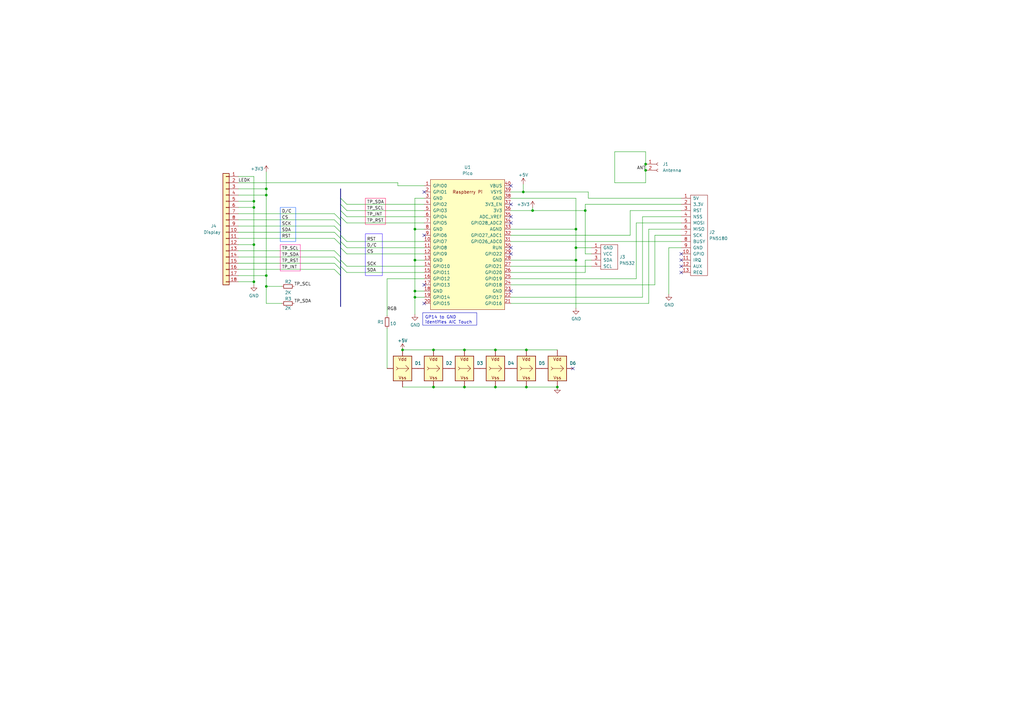
<source format=kicad_sch>
(kicad_sch (version 20230121) (generator eeschema)

  (uuid 2e3f5573-c264-4a8b-a2f0-0e6473d39aad)

  (paper "A3")

  (lib_symbols
    (symbol "Connector:Conn_01x02_Female" (pin_names (offset 1.016) hide) (in_bom yes) (on_board yes)
      (property "Reference" "J" (at 0 2.54 0)
        (effects (font (size 1.27 1.27)))
      )
      (property "Value" "Conn_01x02_Female" (at 0 -5.08 0)
        (effects (font (size 1.27 1.27)))
      )
      (property "Footprint" "" (at 0 0 0)
        (effects (font (size 1.27 1.27)) hide)
      )
      (property "Datasheet" "~" (at 0 0 0)
        (effects (font (size 1.27 1.27)) hide)
      )
      (property "ki_keywords" "connector" (at 0 0 0)
        (effects (font (size 1.27 1.27)) hide)
      )
      (property "ki_description" "Generic connector, single row, 01x02, script generated (kicad-library-utils/schlib/autogen/connector/)" (at 0 0 0)
        (effects (font (size 1.27 1.27)) hide)
      )
      (property "ki_fp_filters" "Connector*:*_1x??_*" (at 0 0 0)
        (effects (font (size 1.27 1.27)) hide)
      )
      (symbol "Conn_01x02_Female_1_1"
        (arc (start 0 -2.032) (mid -0.5058 -2.54) (end 0 -3.048)
          (stroke (width 0.1524) (type default))
          (fill (type none))
        )
        (polyline
          (pts
            (xy -1.27 -2.54)
            (xy -0.508 -2.54)
          )
          (stroke (width 0.1524) (type default))
          (fill (type none))
        )
        (polyline
          (pts
            (xy -1.27 0)
            (xy -0.508 0)
          )
          (stroke (width 0.1524) (type default))
          (fill (type none))
        )
        (arc (start 0 0.508) (mid -0.5058 0) (end 0 -0.508)
          (stroke (width 0.1524) (type default))
          (fill (type none))
        )
        (pin passive line (at -5.08 0 0) (length 3.81)
          (name "Pin_1" (effects (font (size 1.27 1.27))))
          (number "1" (effects (font (size 1.27 1.27))))
        )
        (pin passive line (at -5.08 -2.54 0) (length 3.81)
          (name "Pin_2" (effects (font (size 1.27 1.27))))
          (number "2" (effects (font (size 1.27 1.27))))
        )
      )
    )
    (symbol "Connector_Generic:Conn_01x18" (pin_names (offset 1.016) hide) (in_bom yes) (on_board yes)
      (property "Reference" "J" (at 0 22.86 0)
        (effects (font (size 1.27 1.27)))
      )
      (property "Value" "Conn_01x18" (at 0 -25.4 0)
        (effects (font (size 1.27 1.27)))
      )
      (property "Footprint" "" (at 0 0 0)
        (effects (font (size 1.27 1.27)) hide)
      )
      (property "Datasheet" "~" (at 0 0 0)
        (effects (font (size 1.27 1.27)) hide)
      )
      (property "ki_keywords" "connector" (at 0 0 0)
        (effects (font (size 1.27 1.27)) hide)
      )
      (property "ki_description" "Generic connector, single row, 01x18, script generated (kicad-library-utils/schlib/autogen/connector/)" (at 0 0 0)
        (effects (font (size 1.27 1.27)) hide)
      )
      (property "ki_fp_filters" "Connector*:*_1x??_*" (at 0 0 0)
        (effects (font (size 1.27 1.27)) hide)
      )
      (symbol "Conn_01x18_1_1"
        (rectangle (start -1.27 -22.733) (end 0 -22.987)
          (stroke (width 0.1524) (type default))
          (fill (type none))
        )
        (rectangle (start -1.27 -20.193) (end 0 -20.447)
          (stroke (width 0.1524) (type default))
          (fill (type none))
        )
        (rectangle (start -1.27 -17.653) (end 0 -17.907)
          (stroke (width 0.1524) (type default))
          (fill (type none))
        )
        (rectangle (start -1.27 -15.113) (end 0 -15.367)
          (stroke (width 0.1524) (type default))
          (fill (type none))
        )
        (rectangle (start -1.27 -12.573) (end 0 -12.827)
          (stroke (width 0.1524) (type default))
          (fill (type none))
        )
        (rectangle (start -1.27 -10.033) (end 0 -10.287)
          (stroke (width 0.1524) (type default))
          (fill (type none))
        )
        (rectangle (start -1.27 -7.493) (end 0 -7.747)
          (stroke (width 0.1524) (type default))
          (fill (type none))
        )
        (rectangle (start -1.27 -4.953) (end 0 -5.207)
          (stroke (width 0.1524) (type default))
          (fill (type none))
        )
        (rectangle (start -1.27 -2.413) (end 0 -2.667)
          (stroke (width 0.1524) (type default))
          (fill (type none))
        )
        (rectangle (start -1.27 0.127) (end 0 -0.127)
          (stroke (width 0.1524) (type default))
          (fill (type none))
        )
        (rectangle (start -1.27 2.667) (end 0 2.413)
          (stroke (width 0.1524) (type default))
          (fill (type none))
        )
        (rectangle (start -1.27 5.207) (end 0 4.953)
          (stroke (width 0.1524) (type default))
          (fill (type none))
        )
        (rectangle (start -1.27 7.747) (end 0 7.493)
          (stroke (width 0.1524) (type default))
          (fill (type none))
        )
        (rectangle (start -1.27 10.287) (end 0 10.033)
          (stroke (width 0.1524) (type default))
          (fill (type none))
        )
        (rectangle (start -1.27 12.827) (end 0 12.573)
          (stroke (width 0.1524) (type default))
          (fill (type none))
        )
        (rectangle (start -1.27 15.367) (end 0 15.113)
          (stroke (width 0.1524) (type default))
          (fill (type none))
        )
        (rectangle (start -1.27 17.907) (end 0 17.653)
          (stroke (width 0.1524) (type default))
          (fill (type none))
        )
        (rectangle (start -1.27 20.447) (end 0 20.193)
          (stroke (width 0.1524) (type default))
          (fill (type none))
        )
        (rectangle (start -1.27 21.59) (end 1.27 -24.13)
          (stroke (width 0.254) (type default))
          (fill (type background))
        )
        (pin passive line (at -5.08 20.32 0) (length 3.81)
          (name "Pin_1" (effects (font (size 1.27 1.27))))
          (number "1" (effects (font (size 1.27 1.27))))
        )
        (pin passive line (at -5.08 -2.54 0) (length 3.81)
          (name "Pin_10" (effects (font (size 1.27 1.27))))
          (number "10" (effects (font (size 1.27 1.27))))
        )
        (pin passive line (at -5.08 -5.08 0) (length 3.81)
          (name "Pin_11" (effects (font (size 1.27 1.27))))
          (number "11" (effects (font (size 1.27 1.27))))
        )
        (pin passive line (at -5.08 -7.62 0) (length 3.81)
          (name "Pin_12" (effects (font (size 1.27 1.27))))
          (number "12" (effects (font (size 1.27 1.27))))
        )
        (pin passive line (at -5.08 -10.16 0) (length 3.81)
          (name "Pin_13" (effects (font (size 1.27 1.27))))
          (number "13" (effects (font (size 1.27 1.27))))
        )
        (pin passive line (at -5.08 -12.7 0) (length 3.81)
          (name "Pin_14" (effects (font (size 1.27 1.27))))
          (number "14" (effects (font (size 1.27 1.27))))
        )
        (pin passive line (at -5.08 -15.24 0) (length 3.81)
          (name "Pin_15" (effects (font (size 1.27 1.27))))
          (number "15" (effects (font (size 1.27 1.27))))
        )
        (pin passive line (at -5.08 -17.78 0) (length 3.81)
          (name "Pin_16" (effects (font (size 1.27 1.27))))
          (number "16" (effects (font (size 1.27 1.27))))
        )
        (pin passive line (at -5.08 -20.32 0) (length 3.81)
          (name "Pin_17" (effects (font (size 1.27 1.27))))
          (number "17" (effects (font (size 1.27 1.27))))
        )
        (pin passive line (at -5.08 -22.86 0) (length 3.81)
          (name "Pin_18" (effects (font (size 1.27 1.27))))
          (number "18" (effects (font (size 1.27 1.27))))
        )
        (pin passive line (at -5.08 17.78 0) (length 3.81)
          (name "Pin_2" (effects (font (size 1.27 1.27))))
          (number "2" (effects (font (size 1.27 1.27))))
        )
        (pin passive line (at -5.08 15.24 0) (length 3.81)
          (name "Pin_3" (effects (font (size 1.27 1.27))))
          (number "3" (effects (font (size 1.27 1.27))))
        )
        (pin passive line (at -5.08 12.7 0) (length 3.81)
          (name "Pin_4" (effects (font (size 1.27 1.27))))
          (number "4" (effects (font (size 1.27 1.27))))
        )
        (pin passive line (at -5.08 10.16 0) (length 3.81)
          (name "Pin_5" (effects (font (size 1.27 1.27))))
          (number "5" (effects (font (size 1.27 1.27))))
        )
        (pin passive line (at -5.08 7.62 0) (length 3.81)
          (name "Pin_6" (effects (font (size 1.27 1.27))))
          (number "6" (effects (font (size 1.27 1.27))))
        )
        (pin passive line (at -5.08 5.08 0) (length 3.81)
          (name "Pin_7" (effects (font (size 1.27 1.27))))
          (number "7" (effects (font (size 1.27 1.27))))
        )
        (pin passive line (at -5.08 2.54 0) (length 3.81)
          (name "Pin_8" (effects (font (size 1.27 1.27))))
          (number "8" (effects (font (size 1.27 1.27))))
        )
        (pin passive line (at -5.08 0 0) (length 3.81)
          (name "Pin_9" (effects (font (size 1.27 1.27))))
          (number "9" (effects (font (size 1.27 1.27))))
        )
      )
    )
    (symbol "Device:R_Small" (pin_numbers hide) (pin_names (offset 0.254) hide) (in_bom yes) (on_board yes)
      (property "Reference" "R" (at 0.762 0.508 0)
        (effects (font (size 1.27 1.27)) (justify left))
      )
      (property "Value" "R_Small" (at 0.762 -1.016 0)
        (effects (font (size 1.27 1.27)) (justify left))
      )
      (property "Footprint" "" (at 0 0 0)
        (effects (font (size 1.27 1.27)) hide)
      )
      (property "Datasheet" "~" (at 0 0 0)
        (effects (font (size 1.27 1.27)) hide)
      )
      (property "ki_keywords" "R resistor" (at 0 0 0)
        (effects (font (size 1.27 1.27)) hide)
      )
      (property "ki_description" "Resistor, small symbol" (at 0 0 0)
        (effects (font (size 1.27 1.27)) hide)
      )
      (property "ki_fp_filters" "R_*" (at 0 0 0)
        (effects (font (size 1.27 1.27)) hide)
      )
      (symbol "R_Small_0_1"
        (rectangle (start -0.762 1.778) (end 0.762 -1.778)
          (stroke (width 0.2032) (type default))
          (fill (type none))
        )
      )
      (symbol "R_Small_1_1"
        (pin passive line (at 0 2.54 270) (length 0.762)
          (name "~" (effects (font (size 1.27 1.27))))
          (number "1" (effects (font (size 1.27 1.27))))
        )
        (pin passive line (at 0 -2.54 90) (length 0.762)
          (name "~" (effects (font (size 1.27 1.27))))
          (number "2" (effects (font (size 1.27 1.27))))
        )
      )
    )
    (symbol "aic_pico:PN5180" (pin_names (offset 1.016)) (in_bom yes) (on_board yes)
      (property "Reference" "J" (at 0 17.78 0)
        (effects (font (size 1.27 1.27)))
      )
      (property "Value" "PN5180" (at 0 -18.415 0)
        (effects (font (size 1.27 1.27)))
      )
      (property "Footprint" "aic_pico:pn5180_conn" (at 0 -17.145 0)
        (effects (font (size 1.27 1.27)) hide)
      )
      (property "Datasheet" "" (at 0 0 0)
        (effects (font (size 1.27 1.27)) hide)
      )
      (property "ki_keywords" "connector" (at 0 0 0)
        (effects (font (size 1.27 1.27)) hide)
      )
      (property "ki_description" "Generic connector, single row, 01x13, script generated" (at 0 0 0)
        (effects (font (size 1.27 1.27)) hide)
      )
      (property "ki_fp_filters" "Connector*:*_1x??_*" (at 0 0 0)
        (effects (font (size 1.27 1.27)) hide)
      )
      (symbol "PN5180_1_1"
        (rectangle (start -1.27 16.51) (end 5.715 -16.51)
          (stroke (width 0) (type default))
          (fill (type none))
        )
        (pin power_in line (at -5.08 15.24 0) (length 3.81)
          (name "5V" (effects (font (size 1.27 1.27))))
          (number "1" (effects (font (size 1.27 1.27))))
        )
        (pin bidirectional line (at -5.08 -7.62 0) (length 3.81)
          (name "GPIO" (effects (font (size 1.27 1.27))))
          (number "10" (effects (font (size 1.27 1.27))))
        )
        (pin output line (at -5.08 -10.16 0) (length 3.81)
          (name "IRQ" (effects (font (size 1.27 1.27))))
          (number "11" (effects (font (size 1.27 1.27))))
        )
        (pin bidirectional line (at -5.08 -12.7 0) (length 3.81)
          (name "AUX" (effects (font (size 1.27 1.27))))
          (number "12" (effects (font (size 1.27 1.27))))
        )
        (pin bidirectional line (at -5.08 -15.24 0) (length 3.81)
          (name "REQ" (effects (font (size 1.27 1.27))))
          (number "13" (effects (font (size 1.27 1.27))))
        )
        (pin power_in line (at -5.08 12.7 0) (length 3.81)
          (name "3.3V" (effects (font (size 1.27 1.27))))
          (number "2" (effects (font (size 1.27 1.27))))
        )
        (pin input line (at -5.08 10.16 0) (length 3.81)
          (name "RST" (effects (font (size 1.27 1.27))))
          (number "3" (effects (font (size 1.27 1.27))))
        )
        (pin input line (at -5.08 7.62 0) (length 3.81)
          (name "NSS" (effects (font (size 1.27 1.27))))
          (number "4" (effects (font (size 1.27 1.27))))
        )
        (pin input line (at -5.08 5.08 0) (length 3.81)
          (name "MOSI" (effects (font (size 1.27 1.27))))
          (number "5" (effects (font (size 1.27 1.27))))
        )
        (pin output line (at -5.08 2.54 0) (length 3.81)
          (name "MISO" (effects (font (size 1.27 1.27))))
          (number "6" (effects (font (size 1.27 1.27))))
        )
        (pin input line (at -5.08 0 0) (length 3.81)
          (name "SCK" (effects (font (size 1.27 1.27))))
          (number "7" (effects (font (size 1.27 1.27))))
        )
        (pin output line (at -5.08 -2.54 0) (length 3.81)
          (name "BUSY" (effects (font (size 1.27 1.27))))
          (number "8" (effects (font (size 1.27 1.27))))
        )
        (pin power_in line (at -5.08 -5.08 0) (length 3.81)
          (name "GND" (effects (font (size 1.27 1.27))))
          (number "9" (effects (font (size 1.27 1.27))))
        )
      )
    )
    (symbol "aic_pico:PN532" (pin_names (offset 1.016)) (in_bom yes) (on_board yes)
      (property "Reference" "J" (at -1.27 6.35 0)
        (effects (font (size 1.27 1.27)))
      )
      (property "Value" "PN532" (at 1.27 -6.985 0)
        (effects (font (size 1.27 1.27)))
      )
      (property "Footprint" "aic_pico:pn532_conn" (at -0.635 -7.62 0)
        (effects (font (size 1.27 1.27)) hide)
      )
      (property "Datasheet" "" (at 0 0 0)
        (effects (font (size 1.27 1.27)) hide)
      )
      (property "ki_keywords" "connector" (at 0 0 0)
        (effects (font (size 1.27 1.27)) hide)
      )
      (property "ki_description" "Generic connector, single row, 01x13, script generated" (at 0 0 0)
        (effects (font (size 1.27 1.27)) hide)
      )
      (property "ki_fp_filters" "Connector*:*_1x??_*" (at 0 0 0)
        (effects (font (size 1.27 1.27)) hide)
      )
      (symbol "PN532_1_1"
        (rectangle (start -2.54 5.08) (end 4.445 -5.08)
          (stroke (width 0) (type default))
          (fill (type none))
        )
        (pin power_in line (at -6.35 3.81 0) (length 3.81)
          (name "GND" (effects (font (size 1.27 1.27))))
          (number "1" (effects (font (size 1.27 1.27))))
        )
        (pin power_in line (at -6.35 1.27 0) (length 3.81)
          (name "VCC" (effects (font (size 1.27 1.27))))
          (number "2" (effects (font (size 1.27 1.27))))
        )
        (pin bidirectional line (at -6.35 -1.27 0) (length 3.81)
          (name "SDA" (effects (font (size 1.27 1.27))))
          (number "3" (effects (font (size 1.27 1.27))))
        )
        (pin bidirectional line (at -6.35 -3.81 0) (length 3.81)
          (name "SCL" (effects (font (size 1.27 1.27))))
          (number "4" (effects (font (size 1.27 1.27))))
        )
      )
    )
    (symbol "aic_pico:Pico_Trim" (pin_names (offset 1.016)) (in_bom yes) (on_board yes)
      (property "Reference" "U" (at -13.97 27.94 0)
        (effects (font (size 1.27 1.27)))
      )
      (property "Value" "Pico_Trim" (at 0 19.05 0)
        (effects (font (size 1.27 1.27)))
      )
      (property "Footprint" "aic_pico:RPi_Pico_SMD_No_USB" (at 0 0 90)
        (effects (font (size 1.27 1.27)) hide)
      )
      (property "Datasheet" "" (at 0 0 0)
        (effects (font (size 1.27 1.27)) hide)
      )
      (symbol "Pico_Trim_0_0"
        (text "Raspberry Pi" (at 0 21.59 0)
          (effects (font (size 1.27 1.27)))
        )
      )
      (symbol "Pico_Trim_0_1"
        (rectangle (start -15.24 26.67) (end 15.24 -26.67)
          (stroke (width 0) (type default))
          (fill (type background))
        )
      )
      (symbol "Pico_Trim_1_1"
        (pin bidirectional line (at -17.78 24.13 0) (length 2.54)
          (name "GPIO0" (effects (font (size 1.27 1.27))))
          (number "1" (effects (font (size 1.27 1.27))))
        )
        (pin bidirectional line (at -17.78 1.27 0) (length 2.54)
          (name "GPIO7" (effects (font (size 1.27 1.27))))
          (number "10" (effects (font (size 1.27 1.27))))
        )
        (pin bidirectional line (at -17.78 -1.27 0) (length 2.54)
          (name "GPIO8" (effects (font (size 1.27 1.27))))
          (number "11" (effects (font (size 1.27 1.27))))
        )
        (pin bidirectional line (at -17.78 -3.81 0) (length 2.54)
          (name "GPIO9" (effects (font (size 1.27 1.27))))
          (number "12" (effects (font (size 1.27 1.27))))
        )
        (pin power_in line (at -17.78 -6.35 0) (length 2.54)
          (name "GND" (effects (font (size 1.27 1.27))))
          (number "13" (effects (font (size 1.27 1.27))))
        )
        (pin bidirectional line (at -17.78 -8.89 0) (length 2.54)
          (name "GPIO10" (effects (font (size 1.27 1.27))))
          (number "14" (effects (font (size 1.27 1.27))))
        )
        (pin bidirectional line (at -17.78 -11.43 0) (length 2.54)
          (name "GPIO11" (effects (font (size 1.27 1.27))))
          (number "15" (effects (font (size 1.27 1.27))))
        )
        (pin bidirectional line (at -17.78 -13.97 0) (length 2.54)
          (name "GPIO12" (effects (font (size 1.27 1.27))))
          (number "16" (effects (font (size 1.27 1.27))))
        )
        (pin bidirectional line (at -17.78 -16.51 0) (length 2.54)
          (name "GPIO13" (effects (font (size 1.27 1.27))))
          (number "17" (effects (font (size 1.27 1.27))))
        )
        (pin power_in line (at -17.78 -19.05 0) (length 2.54)
          (name "GND" (effects (font (size 1.27 1.27))))
          (number "18" (effects (font (size 1.27 1.27))))
        )
        (pin bidirectional line (at -17.78 -21.59 0) (length 2.54)
          (name "GPIO14" (effects (font (size 1.27 1.27))))
          (number "19" (effects (font (size 1.27 1.27))))
        )
        (pin bidirectional line (at -17.78 21.59 0) (length 2.54)
          (name "GPIO1" (effects (font (size 1.27 1.27))))
          (number "2" (effects (font (size 1.27 1.27))))
        )
        (pin bidirectional line (at -17.78 -24.13 0) (length 2.54)
          (name "GPIO15" (effects (font (size 1.27 1.27))))
          (number "20" (effects (font (size 1.27 1.27))))
        )
        (pin bidirectional line (at 17.78 -24.13 180) (length 2.54)
          (name "GPIO16" (effects (font (size 1.27 1.27))))
          (number "21" (effects (font (size 1.27 1.27))))
        )
        (pin bidirectional line (at 17.78 -21.59 180) (length 2.54)
          (name "GPIO17" (effects (font (size 1.27 1.27))))
          (number "22" (effects (font (size 1.27 1.27))))
        )
        (pin power_in line (at 17.78 -19.05 180) (length 2.54)
          (name "GND" (effects (font (size 1.27 1.27))))
          (number "23" (effects (font (size 1.27 1.27))))
        )
        (pin bidirectional line (at 17.78 -16.51 180) (length 2.54)
          (name "GPIO18" (effects (font (size 1.27 1.27))))
          (number "24" (effects (font (size 1.27 1.27))))
        )
        (pin bidirectional line (at 17.78 -13.97 180) (length 2.54)
          (name "GPIO19" (effects (font (size 1.27 1.27))))
          (number "25" (effects (font (size 1.27 1.27))))
        )
        (pin bidirectional line (at 17.78 -11.43 180) (length 2.54)
          (name "GPIO20" (effects (font (size 1.27 1.27))))
          (number "26" (effects (font (size 1.27 1.27))))
        )
        (pin bidirectional line (at 17.78 -8.89 180) (length 2.54)
          (name "GPIO21" (effects (font (size 1.27 1.27))))
          (number "27" (effects (font (size 1.27 1.27))))
        )
        (pin power_in line (at 17.78 -6.35 180) (length 2.54)
          (name "GND" (effects (font (size 1.27 1.27))))
          (number "28" (effects (font (size 1.27 1.27))))
        )
        (pin bidirectional line (at 17.78 -3.81 180) (length 2.54)
          (name "GPIO22" (effects (font (size 1.27 1.27))))
          (number "29" (effects (font (size 1.27 1.27))))
        )
        (pin power_in line (at -17.78 19.05 0) (length 2.54)
          (name "GND" (effects (font (size 1.27 1.27))))
          (number "3" (effects (font (size 1.27 1.27))))
        )
        (pin input line (at 17.78 -1.27 180) (length 2.54)
          (name "RUN" (effects (font (size 1.27 1.27))))
          (number "30" (effects (font (size 1.27 1.27))))
        )
        (pin bidirectional line (at 17.78 1.27 180) (length 2.54)
          (name "GPIO26_ADC0" (effects (font (size 1.27 1.27))))
          (number "31" (effects (font (size 1.27 1.27))))
        )
        (pin bidirectional line (at 17.78 3.81 180) (length 2.54)
          (name "GPIO27_ADC1" (effects (font (size 1.27 1.27))))
          (number "32" (effects (font (size 1.27 1.27))))
        )
        (pin power_in line (at 17.78 6.35 180) (length 2.54)
          (name "AGND" (effects (font (size 1.27 1.27))))
          (number "33" (effects (font (size 1.27 1.27))))
        )
        (pin bidirectional line (at 17.78 8.89 180) (length 2.54)
          (name "GPIO28_ADC2" (effects (font (size 1.27 1.27))))
          (number "34" (effects (font (size 1.27 1.27))))
        )
        (pin unspecified line (at 17.78 11.43 180) (length 2.54)
          (name "ADC_VREF" (effects (font (size 1.27 1.27))))
          (number "35" (effects (font (size 1.27 1.27))))
        )
        (pin unspecified line (at 17.78 13.97 180) (length 2.54)
          (name "3V3" (effects (font (size 1.27 1.27))))
          (number "36" (effects (font (size 1.27 1.27))))
        )
        (pin input line (at 17.78 16.51 180) (length 2.54)
          (name "3V3_EN" (effects (font (size 1.27 1.27))))
          (number "37" (effects (font (size 1.27 1.27))))
        )
        (pin bidirectional line (at 17.78 19.05 180) (length 2.54)
          (name "GND" (effects (font (size 1.27 1.27))))
          (number "38" (effects (font (size 1.27 1.27))))
        )
        (pin unspecified line (at 17.78 21.59 180) (length 2.54)
          (name "VSYS" (effects (font (size 1.27 1.27))))
          (number "39" (effects (font (size 1.27 1.27))))
        )
        (pin bidirectional line (at -17.78 16.51 0) (length 2.54)
          (name "GPIO2" (effects (font (size 1.27 1.27))))
          (number "4" (effects (font (size 1.27 1.27))))
        )
        (pin unspecified line (at 17.78 24.13 180) (length 2.54)
          (name "VBUS" (effects (font (size 1.27 1.27))))
          (number "40" (effects (font (size 1.27 1.27))))
        )
        (pin bidirectional line (at -17.78 13.97 0) (length 2.54)
          (name "GPIO3" (effects (font (size 1.27 1.27))))
          (number "5" (effects (font (size 1.27 1.27))))
        )
        (pin bidirectional line (at -17.78 11.43 0) (length 2.54)
          (name "GPIO4" (effects (font (size 1.27 1.27))))
          (number "6" (effects (font (size 1.27 1.27))))
        )
        (pin bidirectional line (at -17.78 8.89 0) (length 2.54)
          (name "GPIO5" (effects (font (size 1.27 1.27))))
          (number "7" (effects (font (size 1.27 1.27))))
        )
        (pin power_in line (at -17.78 6.35 0) (length 2.54)
          (name "GND" (effects (font (size 1.27 1.27))))
          (number "8" (effects (font (size 1.27 1.27))))
        )
        (pin bidirectional line (at -17.78 3.81 0) (length 2.54)
          (name "GPIO6" (effects (font (size 1.27 1.27))))
          (number "9" (effects (font (size 1.27 1.27))))
        )
      )
    )
    (symbol "aic_pico:WS2812B_Unified" (pin_numbers hide) (pin_names (offset 0.254) hide) (in_bom yes) (on_board yes)
      (property "Reference" "D10" (at 2.54 6.35 0)
        (effects (font (size 1.27 1.27)))
      )
      (property "Value" "WS2812B_Unified" (at 15.24 1.7907 0)
        (effects (font (size 1.27 1.27)) hide)
      )
      (property "Footprint" "iidx_pico:WS2812B-2835" (at 1.27 -7.62 0)
        (effects (font (size 1.27 1.27)) (justify left top) hide)
      )
      (property "Datasheet" "" (at 2.54 -9.525 0)
        (effects (font (size 1.27 1.27)) (justify left top) hide)
      )
      (property "ki_keywords" "RGB LED NeoPixel addressable" (at 0 0 0)
        (effects (font (size 1.27 1.27)) hide)
      )
      (property "ki_description" "RGB LED with integrated controller" (at 0 0 0)
        (effects (font (size 1.27 1.27)) hide)
      )
      (property "ki_fp_filters" "LED*WS2812" (at 0 0 0)
        (effects (font (size 1.27 1.27)) hide)
      )
      (symbol "WS2812B_Unified_0_0"
        (polyline
          (pts
            (xy -1.905 0)
            (xy 2.54 0)
            (xy 1.27 1.27)
          )
          (stroke (width 0) (type default))
          (fill (type none))
        )
        (text "Vdd" (at 0 3.81 0)
          (effects (font (size 1.27 1.27)))
        )
        (text "Vss" (at 0 -3.81 0)
          (effects (font (size 1.27 1.27)))
        )
      )
      (symbol "WS2812B_Unified_0_1"
        (rectangle (start -3.81 5.08) (end 3.81 -5.08)
          (stroke (width 0.254) (type default))
          (fill (type background))
        )
        (polyline
          (pts
            (xy 1.27 -1.27)
            (xy 2.54 0)
          )
          (stroke (width 0) (type default))
          (fill (type none))
        )
        (polyline
          (pts
            (xy -2.54 0.635)
            (xy -1.905 0)
            (xy -2.54 -0.635)
          )
          (stroke (width 0) (type default))
          (fill (type none))
        )
      )
      (symbol "WS2812B_Unified_1_1"
        (pin power_in line (at 0 -7.62 90) (length 2.54)
          (name "VSS" (effects (font (size 1.27 1.27))))
          (number "G" (effects (font (size 1.27 1.27))))
        )
        (pin input line (at -6.35 0 0) (length 2.54)
          (name "In" (effects (font (size 1.27 1.27))))
          (number "I" (effects (font (size 1.27 1.27))))
        )
        (pin output line (at 6.35 0 180) (length 2.54)
          (name "Out" (effects (font (size 1.27 1.27))))
          (number "O" (effects (font (size 1.27 1.27))))
        )
        (pin power_in line (at 0 7.62 270) (length 2.54)
          (name "VDD" (effects (font (size 1.27 1.27))))
          (number "V" (effects (font (size 1.27 1.27))))
        )
      )
    )
    (symbol "power:+3V3" (power) (pin_names (offset 0)) (in_bom yes) (on_board yes)
      (property "Reference" "#PWR" (at 0 -3.81 0)
        (effects (font (size 1.27 1.27)) hide)
      )
      (property "Value" "+3V3" (at 0 3.556 0)
        (effects (font (size 1.27 1.27)))
      )
      (property "Footprint" "" (at 0 0 0)
        (effects (font (size 1.27 1.27)) hide)
      )
      (property "Datasheet" "" (at 0 0 0)
        (effects (font (size 1.27 1.27)) hide)
      )
      (property "ki_keywords" "power-flag" (at 0 0 0)
        (effects (font (size 1.27 1.27)) hide)
      )
      (property "ki_description" "Power symbol creates a global label with name \"+3V3\"" (at 0 0 0)
        (effects (font (size 1.27 1.27)) hide)
      )
      (symbol "+3V3_0_1"
        (polyline
          (pts
            (xy -0.762 1.27)
            (xy 0 2.54)
          )
          (stroke (width 0) (type default))
          (fill (type none))
        )
        (polyline
          (pts
            (xy 0 0)
            (xy 0 2.54)
          )
          (stroke (width 0) (type default))
          (fill (type none))
        )
        (polyline
          (pts
            (xy 0 2.54)
            (xy 0.762 1.27)
          )
          (stroke (width 0) (type default))
          (fill (type none))
        )
      )
      (symbol "+3V3_1_1"
        (pin power_in line (at 0 0 90) (length 0) hide
          (name "+3V3" (effects (font (size 1.27 1.27))))
          (number "1" (effects (font (size 1.27 1.27))))
        )
      )
    )
    (symbol "power:+5V" (power) (pin_names (offset 0)) (in_bom yes) (on_board yes)
      (property "Reference" "#PWR" (at 0 -3.81 0)
        (effects (font (size 1.27 1.27)) hide)
      )
      (property "Value" "+5V" (at 0 3.556 0)
        (effects (font (size 1.27 1.27)))
      )
      (property "Footprint" "" (at 0 0 0)
        (effects (font (size 1.27 1.27)) hide)
      )
      (property "Datasheet" "" (at 0 0 0)
        (effects (font (size 1.27 1.27)) hide)
      )
      (property "ki_keywords" "power-flag" (at 0 0 0)
        (effects (font (size 1.27 1.27)) hide)
      )
      (property "ki_description" "Power symbol creates a global label with name \"+5V\"" (at 0 0 0)
        (effects (font (size 1.27 1.27)) hide)
      )
      (symbol "+5V_0_1"
        (polyline
          (pts
            (xy -0.762 1.27)
            (xy 0 2.54)
          )
          (stroke (width 0) (type default))
          (fill (type none))
        )
        (polyline
          (pts
            (xy 0 0)
            (xy 0 2.54)
          )
          (stroke (width 0) (type default))
          (fill (type none))
        )
        (polyline
          (pts
            (xy 0 2.54)
            (xy 0.762 1.27)
          )
          (stroke (width 0) (type default))
          (fill (type none))
        )
      )
      (symbol "+5V_1_1"
        (pin power_in line (at 0 0 90) (length 0) hide
          (name "+5V" (effects (font (size 1.27 1.27))))
          (number "1" (effects (font (size 1.27 1.27))))
        )
      )
    )
    (symbol "power:GND" (power) (pin_names (offset 0)) (in_bom yes) (on_board yes)
      (property "Reference" "#PWR" (at 0 -6.35 0)
        (effects (font (size 1.27 1.27)) hide)
      )
      (property "Value" "GND" (at 0 -3.81 0)
        (effects (font (size 1.27 1.27)))
      )
      (property "Footprint" "" (at 0 0 0)
        (effects (font (size 1.27 1.27)) hide)
      )
      (property "Datasheet" "" (at 0 0 0)
        (effects (font (size 1.27 1.27)) hide)
      )
      (property "ki_keywords" "power-flag" (at 0 0 0)
        (effects (font (size 1.27 1.27)) hide)
      )
      (property "ki_description" "Power symbol creates a global label with name \"GND\" , ground" (at 0 0 0)
        (effects (font (size 1.27 1.27)) hide)
      )
      (symbol "GND_0_1"
        (polyline
          (pts
            (xy 0 0)
            (xy 0 -1.27)
            (xy 1.27 -1.27)
            (xy 0 -2.54)
            (xy -1.27 -1.27)
            (xy 0 -1.27)
          )
          (stroke (width 0) (type default))
          (fill (type none))
        )
      )
      (symbol "GND_1_1"
        (pin power_in line (at 0 0 270) (length 0) hide
          (name "GND" (effects (font (size 1.27 1.27))))
          (number "1" (effects (font (size 1.27 1.27))))
        )
      )
    )
  )

  (junction (at 177.8 158.75) (diameter 0) (color 0 0 0 0)
    (uuid 1535672b-00bd-4f01-b5f6-6c89487baad7)
  )
  (junction (at 109.22 113.03) (diameter 0) (color 0 0 0 0)
    (uuid 195819ec-fc70-4fe7-adcb-f8ead16cb200)
  )
  (junction (at 215.9 143.51) (diameter 0) (color 0 0 0 0)
    (uuid 26448785-d6dc-4007-a201-81d140779ec5)
  )
  (junction (at 190.5 143.51) (diameter 0) (color 0 0 0 0)
    (uuid 264684aa-feba-4b81-adea-cb023c8c69d5)
  )
  (junction (at 190.5 158.75) (diameter 0) (color 0 0 0 0)
    (uuid 307b47b3-1ef1-480d-8c2d-2ffcb1fdcdc2)
  )
  (junction (at 240.03 86.36) (diameter 0) (color 0 0 0 0)
    (uuid 40d30f47-ddb9-492d-af90-985cc745e334)
  )
  (junction (at 177.8 143.51) (diameter 0) (color 0 0 0 0)
    (uuid 416e621e-c1e9-4b5a-a420-6c5b2cb432b5)
  )
  (junction (at 203.2 158.75) (diameter 0) (color 0 0 0 0)
    (uuid 4d02e5f1-05e6-4474-a6f7-a3866e145eab)
  )
  (junction (at 165.1 143.51) (diameter 0) (color 0 0 0 0)
    (uuid 5a771f0e-90db-42f5-bbb7-c78542f642aa)
  )
  (junction (at 170.18 119.38) (diameter 0) (color 0 0 0 0)
    (uuid 5da908a0-a166-430f-b8d6-3b2ec8444c35)
  )
  (junction (at 214.63 78.74) (diameter 0) (color 0 0 0 0)
    (uuid 5e6c0f09-4c26-4a97-862d-d07f26f57217)
  )
  (junction (at 109.22 117.475) (diameter 0) (color 0 0 0 0)
    (uuid 60ed15fe-87cf-4c25-8377-9eeeacc7458f)
  )
  (junction (at 218.44 86.36) (diameter 0) (color 0 0 0 0)
    (uuid 686e90fd-231c-4609-97ac-0d21140c846a)
  )
  (junction (at 228.6 158.75) (diameter 0) (color 0 0 0 0)
    (uuid 716ff7f6-a7b7-4255-80ba-034d7f03f119)
  )
  (junction (at 104.14 85.09) (diameter 0) (color 0 0 0 0)
    (uuid 7b297fc4-2a44-4721-800e-d2fe1a3e6bd1)
  )
  (junction (at 104.14 115.57) (diameter 0) (color 0 0 0 0)
    (uuid 87c20c2c-07b1-4be9-9cf3-3c1c8cb84d93)
  )
  (junction (at 203.2 143.51) (diameter 0) (color 0 0 0 0)
    (uuid 941ccbb3-6ecf-4dfe-9a14-a585de4ff137)
  )
  (junction (at 215.9 158.75) (diameter 0) (color 0 0 0 0)
    (uuid 98f45ed8-3359-4049-8b8e-49336e162522)
  )
  (junction (at 109.22 80.01) (diameter 0) (color 0 0 0 0)
    (uuid a6c4df32-05b0-4540-bdc1-ab4155f2b0a6)
  )
  (junction (at 109.22 77.47) (diameter 0) (color 0 0 0 0)
    (uuid a711bd98-c1f5-444a-ace6-c6fb40082bd0)
  )
  (junction (at 170.18 106.68) (diameter 0) (color 0 0 0 0)
    (uuid b6c9967b-f254-4f60-b18f-1bdf657a45ee)
  )
  (junction (at 264.795 67.31) (diameter 0) (color 0 0 0 0)
    (uuid b8b3249a-1330-4dc7-9518-f865d92fefd6)
  )
  (junction (at 236.22 101.6) (diameter 0) (color 0 0 0 0)
    (uuid c4f037e7-eee6-4d5a-8c03-0cfdbe21e0a5)
  )
  (junction (at 170.18 93.98) (diameter 0) (color 0 0 0 0)
    (uuid d1d1050e-598a-46ab-acbe-d4e45528f065)
  )
  (junction (at 170.18 121.92) (diameter 0) (color 0 0 0 0)
    (uuid d402c566-4ac0-45c5-96f2-1940baee18e4)
  )
  (junction (at 104.14 100.33) (diameter 0) (color 0 0 0 0)
    (uuid da5223dc-1c46-41af-8505-d59313de5639)
  )
  (junction (at 236.22 106.68) (diameter 0) (color 0 0 0 0)
    (uuid eb040594-1569-4b81-abeb-13d79c4b83a5)
  )
  (junction (at 236.22 93.98) (diameter 0) (color 0 0 0 0)
    (uuid eb6cccb9-dd9d-439e-b15a-f5c4ad573581)
  )
  (junction (at 264.795 69.85) (diameter 0) (color 0 0 0 0)
    (uuid f447bbaa-3251-493f-b974-3e55f57bf618)
  )
  (junction (at 104.14 82.55) (diameter 0) (color 0 0 0 0)
    (uuid fffe80bd-e6b2-45d8-aa4b-18edc8f20b26)
  )

  (no_connect (at 209.55 104.14) (uuid 0d4f6ee4-93b4-4df7-87ba-3de1cc105eda))
  (no_connect (at 209.55 76.2) (uuid 265fc1a0-d029-4fdf-9150-539f22b85876))
  (no_connect (at 279.4 106.68) (uuid 27131769-043e-4002-a458-720fec6bd055))
  (no_connect (at 279.4 109.22) (uuid 40c186fe-de5d-436a-a0b6-db6698290ac0))
  (no_connect (at 209.55 101.6) (uuid 490ed4ff-9da7-4951-bd46-3715875e8850))
  (no_connect (at 209.55 83.82) (uuid 490ed4ff-9da7-4951-bd46-3715875e8856))
  (no_connect (at 209.55 88.9) (uuid 490ed4ff-9da7-4951-bd46-3715875e8858))
  (no_connect (at 173.99 124.46) (uuid 4a841462-8c86-4850-9dd9-3ab9c50d54e4))
  (no_connect (at 209.55 91.44) (uuid 4fd199c4-5de5-42fd-82e8-5266094a993d))
  (no_connect (at 234.95 151.13) (uuid 58ffe2e7-e3e3-49cc-9161-310b712decd8))
  (no_connect (at 173.99 116.84) (uuid ba715425-ee40-44ec-b5fb-279c28eb95ef))
  (no_connect (at 279.4 104.14) (uuid c7a3d5d7-f91e-4c05-bd6f-4028f4e02b41))
  (no_connect (at 173.99 96.52) (uuid d552b4cb-ac65-48fb-937f-dd5c5895fa10))
  (no_connect (at 279.4 111.76) (uuid e5f413f5-26df-4ac3-b8cf-44e3c70ef5a9))
  (no_connect (at 173.99 78.74) (uuid fa664f02-0d31-40d6-8e28-f077a0ea4a12))
  (no_connect (at 209.55 119.38) (uuid fcb4b9e4-9c2e-4bd8-90a6-ee5bcd5bf313))

  (bus_entry (at 139.7 83.82) (size 2.54 2.54)
    (stroke (width 0) (type default))
    (uuid 15aa62c9-7f37-47db-b719-963b36ad4851)
  )
  (bus_entry (at 137.16 97.79) (size 2.54 2.54)
    (stroke (width 0) (type default))
    (uuid 1b3901c3-3c22-4830-bd33-257548326cad)
  )
  (bus_entry (at 137.16 95.25) (size 2.54 2.54)
    (stroke (width 0) (type default))
    (uuid 4f24b11f-518e-4964-993c-4bc81ecc5b2a)
  )
  (bus_entry (at 139.7 99.06) (size 2.54 2.54)
    (stroke (width 0) (type default))
    (uuid 5b02b06d-3b5a-4196-a822-bfedb0ff15fd)
  )
  (bus_entry (at 137.16 107.95) (size 2.54 2.54)
    (stroke (width 0) (type default))
    (uuid 6cb55b1f-5389-491d-b8b9-ca6bb2ddb655)
  )
  (bus_entry (at 137.16 90.17) (size 2.54 2.54)
    (stroke (width 0) (type default))
    (uuid 7126499b-2864-4d7b-8d0f-ba6a081eb2e1)
  )
  (bus_entry (at 139.7 101.6) (size 2.54 2.54)
    (stroke (width 0) (type default))
    (uuid 755550d8-495e-4bef-935a-334d51a500c9)
  )
  (bus_entry (at 137.16 105.41) (size 2.54 2.54)
    (stroke (width 0) (type default))
    (uuid 84b7dd88-9b3e-4b33-a31f-5790cd0c8856)
  )
  (bus_entry (at 137.16 102.87) (size 2.54 2.54)
    (stroke (width 0) (type default))
    (uuid 8ad26a51-a819-44f2-8bbe-5f585cf0ca00)
  )
  (bus_entry (at 137.16 110.49) (size 2.54 2.54)
    (stroke (width 0) (type default))
    (uuid 9a51478a-6a07-497f-8be9-2d4f4a7d3810)
  )
  (bus_entry (at 139.7 86.36) (size 2.54 2.54)
    (stroke (width 0) (type default))
    (uuid a3dceb6e-f8b8-4aa2-8648-ba6d6034298d)
  )
  (bus_entry (at 139.7 109.22) (size 2.54 2.54)
    (stroke (width 0) (type default))
    (uuid a4787595-b1cc-4052-b764-8658d8caf90d)
  )
  (bus_entry (at 139.7 96.52) (size 2.54 2.54)
    (stroke (width 0) (type default))
    (uuid b8b26519-5341-4c7a-8d9d-2d4869428353)
  )
  (bus_entry (at 139.7 106.68) (size 2.54 2.54)
    (stroke (width 0) (type default))
    (uuid c1a4a63e-283e-45ec-b068-8c3f96903c17)
  )
  (bus_entry (at 137.16 87.63) (size 2.54 2.54)
    (stroke (width 0) (type default))
    (uuid c36ab41b-4fda-4ed7-af35-706d99a2839f)
  )
  (bus_entry (at 139.7 81.28) (size 2.54 2.54)
    (stroke (width 0) (type default))
    (uuid f3555f71-561f-4f5b-b4e2-a6bec788b846)
  )
  (bus_entry (at 137.16 92.71) (size 2.54 2.54)
    (stroke (width 0) (type default))
    (uuid f690ffbf-d18c-4b43-bba2-8eb9d0283ccd)
  )
  (bus_entry (at 139.7 88.9) (size 2.54 2.54)
    (stroke (width 0) (type default))
    (uuid fe76c10d-8d76-4b82-8c52-d51155e8bcb7)
  )

  (wire (pts (xy 240.03 83.82) (xy 279.4 83.82))
    (stroke (width 0) (type default))
    (uuid 017bb6c2-a5a5-45ad-b6a8-016561f67002)
  )
  (wire (pts (xy 97.79 82.55) (xy 104.14 82.55))
    (stroke (width 0) (type default))
    (uuid 0300934b-cc67-4788-9bca-034c19b2cc53)
  )
  (bus (pts (xy 139.7 88.9) (xy 139.7 90.17))
    (stroke (width 0) (type default))
    (uuid 030c3d87-ec84-4844-868a-01b76d7f2524)
  )

  (wire (pts (xy 268.605 96.52) (xy 279.4 96.52))
    (stroke (width 0) (type default))
    (uuid 05318c79-b84f-4bb3-b72b-3d46db2442ae)
  )
  (wire (pts (xy 209.55 86.36) (xy 218.44 86.36))
    (stroke (width 0) (type default))
    (uuid 05df71de-724c-4632-8c41-7288fe19d044)
  )
  (wire (pts (xy 209.55 114.3) (xy 260.985 114.3))
    (stroke (width 0) (type default))
    (uuid 05ea8712-6b49-4d0e-9c87-baae3b2c0196)
  )
  (wire (pts (xy 170.18 81.28) (xy 170.18 93.98))
    (stroke (width 0) (type default))
    (uuid 061ed33a-c368-4e83-8119-e3222027301e)
  )
  (wire (pts (xy 142.24 83.82) (xy 173.99 83.82))
    (stroke (width 0) (type default))
    (uuid 0769c21f-9220-47c5-ad60-d025c9e7507c)
  )
  (wire (pts (xy 158.75 114.3) (xy 173.99 114.3))
    (stroke (width 0) (type default))
    (uuid 0a2f30d7-2622-402b-8054-c38fd1169533)
  )
  (bus (pts (xy 139.7 110.49) (xy 139.7 113.03))
    (stroke (width 0) (type default))
    (uuid 0a3e048d-082f-43f3-9e25-4e6910039208)
  )

  (wire (pts (xy 115.57 117.475) (xy 109.22 117.475))
    (stroke (width 0) (type default))
    (uuid 0c1efb88-5fa6-4ef6-b6fc-6640e6496c6c)
  )
  (wire (pts (xy 163.195 76.2) (xy 163.195 74.93))
    (stroke (width 0) (type default))
    (uuid 0c2786e7-643e-4e7c-9505-99ee221f1fe4)
  )
  (wire (pts (xy 97.79 72.39) (xy 104.14 72.39))
    (stroke (width 0) (type default))
    (uuid 13839a03-0118-4a78-a6c2-0f6364670272)
  )
  (bus (pts (xy 139.7 81.28) (xy 139.7 83.82))
    (stroke (width 0) (type default))
    (uuid 13cd0b54-99f8-4a6e-96ee-c4402d08050d)
  )

  (wire (pts (xy 165.1 158.75) (xy 177.8 158.75))
    (stroke (width 0) (type default))
    (uuid 1643bb34-f4be-468c-ac34-5f15764e1f05)
  )
  (wire (pts (xy 104.14 100.33) (xy 104.14 115.57))
    (stroke (width 0) (type default))
    (uuid 18a7757a-0536-4160-9bca-01fbae1fee4b)
  )
  (wire (pts (xy 104.14 115.57) (xy 104.14 116.84))
    (stroke (width 0) (type default))
    (uuid 18e9e329-8c40-47a9-ab18-59a72e394f7b)
  )
  (wire (pts (xy 142.24 104.14) (xy 173.99 104.14))
    (stroke (width 0) (type default))
    (uuid 18f5038c-d230-4448-b753-c90ec1d8037a)
  )
  (wire (pts (xy 236.22 81.28) (xy 236.22 93.98))
    (stroke (width 0) (type default))
    (uuid 1d1a95b4-7da5-48cb-ae78-f0d88b02ccc0)
  )
  (bus (pts (xy 139.7 109.22) (xy 139.7 110.49))
    (stroke (width 0) (type default))
    (uuid 22bb0ff5-7b97-438a-a8f6-56c92a3b95f7)
  )
  (bus (pts (xy 139.7 113.03) (xy 139.7 125.73))
    (stroke (width 0) (type default))
    (uuid 23395fdf-7e63-446c-86a8-18969aafaf80)
  )

  (wire (pts (xy 209.55 121.92) (xy 263.525 121.92))
    (stroke (width 0) (type default))
    (uuid 2339d0e9-4574-43e7-874c-cdc78f8b646c)
  )
  (wire (pts (xy 142.24 109.22) (xy 173.99 109.22))
    (stroke (width 0) (type default))
    (uuid 2589fbc3-c85e-495a-ba42-620f937efd8d)
  )
  (wire (pts (xy 252.095 74.93) (xy 264.795 74.93))
    (stroke (width 0) (type default))
    (uuid 28c25ed1-489a-4944-94b7-428474ff5385)
  )
  (wire (pts (xy 236.22 101.6) (xy 236.22 106.68))
    (stroke (width 0) (type default))
    (uuid 2b899cbd-d46b-4fd8-9d6c-7814695ed2cc)
  )
  (wire (pts (xy 109.22 117.475) (xy 109.22 113.03))
    (stroke (width 0) (type default))
    (uuid 2dfe345a-11c2-4960-bbc9-5d1308262fb1)
  )
  (wire (pts (xy 274.32 101.6) (xy 274.32 120.65))
    (stroke (width 0) (type default))
    (uuid 30ba055f-bc65-4794-b05e-4cee15b061ca)
  )
  (wire (pts (xy 97.79 107.95) (xy 137.16 107.95))
    (stroke (width 0) (type default))
    (uuid 31a099db-5b08-42ea-bdbe-a33d0f883960)
  )
  (bus (pts (xy 139.7 101.6) (xy 139.7 105.41))
    (stroke (width 0) (type default))
    (uuid 347e883b-2758-41ae-994c-9381013f64f3)
  )
  (bus (pts (xy 139.7 99.06) (xy 139.7 100.33))
    (stroke (width 0) (type default))
    (uuid 3846775d-f37c-4092-bb2a-15e95d78f463)
  )
  (bus (pts (xy 139.7 83.82) (xy 139.7 86.36))
    (stroke (width 0) (type default))
    (uuid 3a474863-103c-405e-8e42-736f2c513b38)
  )
  (bus (pts (xy 139.7 77.47) (xy 139.7 81.28))
    (stroke (width 0) (type default))
    (uuid 40f3e2fa-01ce-4375-9ca1-ee0cf5ff9e66)
  )
  (bus (pts (xy 139.7 97.79) (xy 139.7 99.06))
    (stroke (width 0) (type default))
    (uuid 413a4587-e21b-40ac-9ea5-5faa2b58c2d2)
  )

  (wire (pts (xy 218.44 86.36) (xy 240.03 86.36))
    (stroke (width 0) (type default))
    (uuid 45f0c82d-5825-49c9-9601-468b70c04197)
  )
  (wire (pts (xy 215.9 158.75) (xy 228.6 158.75))
    (stroke (width 0) (type default))
    (uuid 461584b2-a586-4891-9042-38ae06fe1099)
  )
  (wire (pts (xy 263.525 121.92) (xy 263.525 88.9))
    (stroke (width 0) (type default))
    (uuid 469c3794-ac25-42c7-b65f-0892a6dd6116)
  )
  (wire (pts (xy 170.18 93.98) (xy 170.18 106.68))
    (stroke (width 0) (type default))
    (uuid 4adcfb4d-7d50-4bc3-bc95-b7a633f31cb9)
  )
  (wire (pts (xy 236.22 106.68) (xy 236.22 126.365))
    (stroke (width 0) (type default))
    (uuid 4b45beb2-f05d-4b62-b428-691ed790546f)
  )
  (wire (pts (xy 142.24 101.6) (xy 173.99 101.6))
    (stroke (width 0) (type default))
    (uuid 4d45f7f8-e881-4283-8a7b-b2006be6c100)
  )
  (wire (pts (xy 263.525 88.9) (xy 279.4 88.9))
    (stroke (width 0) (type default))
    (uuid 50f5f5d9-6d84-46a6-af43-59bd3138aa54)
  )
  (wire (pts (xy 190.5 158.75) (xy 203.2 158.75))
    (stroke (width 0) (type default))
    (uuid 592adaf4-bb39-45b5-ae6b-56446b5a3205)
  )
  (wire (pts (xy 97.79 102.87) (xy 137.16 102.87))
    (stroke (width 0) (type default))
    (uuid 5e541560-1a90-444b-8359-c2373885b8e9)
  )
  (wire (pts (xy 142.24 111.76) (xy 173.99 111.76))
    (stroke (width 0) (type default))
    (uuid 5f54e2cf-0a4e-44bb-8a73-3d3553cffa65)
  )
  (wire (pts (xy 241.3 81.28) (xy 279.4 81.28))
    (stroke (width 0) (type default))
    (uuid 5ffde14b-0153-4cd8-a997-f09408756e3f)
  )
  (bus (pts (xy 139.7 105.41) (xy 139.7 106.68))
    (stroke (width 0) (type default))
    (uuid 62a7c40a-bd3a-4821-8966-6c38b9763160)
  )

  (wire (pts (xy 142.24 91.44) (xy 173.99 91.44))
    (stroke (width 0) (type default))
    (uuid 62ff40f6-37d8-4247-819c-8ea2b6115cf9)
  )
  (wire (pts (xy 97.79 113.03) (xy 109.22 113.03))
    (stroke (width 0) (type default))
    (uuid 6563b358-f6a5-4812-a6de-1d5da456458c)
  )
  (wire (pts (xy 203.2 158.75) (xy 215.9 158.75))
    (stroke (width 0) (type default))
    (uuid 6a29459a-7f95-446b-86f8-87e04e52c0bf)
  )
  (bus (pts (xy 139.7 90.17) (xy 139.7 92.71))
    (stroke (width 0) (type default))
    (uuid 6fcdb1fe-0c30-4c04-bdd6-ede7aa7d164e)
  )

  (wire (pts (xy 242.57 106.68) (xy 240.03 106.68))
    (stroke (width 0) (type default))
    (uuid 7014eb2c-98bf-4ec6-ba27-f74377546b6f)
  )
  (wire (pts (xy 215.9 143.51) (xy 228.6 143.51))
    (stroke (width 0) (type default))
    (uuid 723da576-0f4d-4af1-9461-723aa37531d3)
  )
  (wire (pts (xy 165.1 143.51) (xy 177.8 143.51))
    (stroke (width 0) (type default))
    (uuid 727ed2dd-76b9-443f-af2a-8f74d458f268)
  )
  (wire (pts (xy 97.79 80.01) (xy 109.22 80.01))
    (stroke (width 0) (type default))
    (uuid 74801381-a39c-49e5-8a33-8a9bf3cbfdd9)
  )
  (wire (pts (xy 158.75 114.3) (xy 158.75 129.54))
    (stroke (width 0) (type default))
    (uuid 750f60d3-fdae-4931-bf04-cd21db27f633)
  )
  (wire (pts (xy 142.24 86.36) (xy 173.99 86.36))
    (stroke (width 0) (type default))
    (uuid 7ae00249-cb55-4f93-9292-f6ecab63a95e)
  )
  (wire (pts (xy 264.795 67.31) (xy 264.795 69.85))
    (stroke (width 0) (type default))
    (uuid 803be86d-3b36-4689-a158-5e7d7dcb6393)
  )
  (wire (pts (xy 218.44 85.09) (xy 218.44 86.36))
    (stroke (width 0) (type default))
    (uuid 81ea6fd2-ede8-487b-a78a-89b57b2dd1f9)
  )
  (wire (pts (xy 97.79 77.47) (xy 109.22 77.47))
    (stroke (width 0) (type default))
    (uuid 85a8f15c-feb9-4a35-b68d-4f1bae272908)
  )
  (wire (pts (xy 240.03 104.14) (xy 240.03 86.36))
    (stroke (width 0) (type default))
    (uuid 860693df-4a81-4894-a538-73372ff00fdf)
  )
  (wire (pts (xy 163.195 74.93) (xy 97.79 74.93))
    (stroke (width 0) (type default))
    (uuid 877e1dac-3776-4285-b1f5-bd7df0ab51c9)
  )
  (wire (pts (xy 97.79 95.25) (xy 137.16 95.25))
    (stroke (width 0) (type default))
    (uuid 889226d3-6cd5-455f-80eb-5585f86b0505)
  )
  (wire (pts (xy 177.8 158.75) (xy 190.5 158.75))
    (stroke (width 0) (type default))
    (uuid 8c1cca74-27c1-4650-8b7c-3bb6ced1b091)
  )
  (bus (pts (xy 139.7 106.68) (xy 139.7 107.95))
    (stroke (width 0) (type default))
    (uuid 8d3931c5-6151-43af-bc33-40cf19d9fa63)
  )

  (wire (pts (xy 264.795 74.93) (xy 264.795 69.85))
    (stroke (width 0) (type default))
    (uuid 8d4d113b-1a3e-483c-b751-4e443966fa58)
  )
  (wire (pts (xy 170.18 119.38) (xy 170.18 121.92))
    (stroke (width 0) (type default))
    (uuid 9056eae1-c906-4b39-b00e-1defad741261)
  )
  (wire (pts (xy 279.4 101.6) (xy 274.32 101.6))
    (stroke (width 0) (type default))
    (uuid 9341a03a-f345-4e25-8235-b5643e957b3d)
  )
  (wire (pts (xy 177.8 143.51) (xy 190.5 143.51))
    (stroke (width 0) (type default))
    (uuid 94aa8de4-a27e-4ced-9ddf-1ebe61ba7a69)
  )
  (wire (pts (xy 241.3 78.74) (xy 241.3 81.28))
    (stroke (width 0) (type default))
    (uuid 94b48a45-8770-4c4e-b777-48d7656fe8f6)
  )
  (wire (pts (xy 97.79 85.09) (xy 104.14 85.09))
    (stroke (width 0) (type default))
    (uuid 96c9a633-f956-44b4-85bd-8db0e0a9378a)
  )
  (wire (pts (xy 104.14 82.55) (xy 104.14 85.09))
    (stroke (width 0) (type default))
    (uuid 989aff07-568f-48cd-bb54-2c6fb29ee478)
  )
  (wire (pts (xy 97.79 92.71) (xy 137.16 92.71))
    (stroke (width 0) (type default))
    (uuid 9baa1e83-b816-4066-8a20-f1bc5d60d1d5)
  )
  (wire (pts (xy 97.79 110.49) (xy 137.16 110.49))
    (stroke (width 0) (type default))
    (uuid 9bfb43c4-cb98-467e-a759-bfd79e5749b8)
  )
  (wire (pts (xy 214.63 78.74) (xy 209.55 78.74))
    (stroke (width 0) (type default))
    (uuid 9caa4a44-dd69-4cb8-aa58-d8fd3381072d)
  )
  (wire (pts (xy 97.79 105.41) (xy 137.16 105.41))
    (stroke (width 0) (type default))
    (uuid 9e3b9ace-e31a-4b69-96c2-cd097234e973)
  )
  (wire (pts (xy 142.24 88.9) (xy 173.99 88.9))
    (stroke (width 0) (type default))
    (uuid 9e61af8d-8fae-466b-9ddc-93cd0dbb6637)
  )
  (wire (pts (xy 170.18 106.68) (xy 170.18 119.38))
    (stroke (width 0) (type default))
    (uuid 9ea3566c-d6f1-4fa1-9aa0-797ac9eff1ce)
  )
  (wire (pts (xy 97.79 100.33) (xy 104.14 100.33))
    (stroke (width 0) (type default))
    (uuid a04aeca4-ff98-4368-93c8-68930882a527)
  )
  (wire (pts (xy 109.22 80.01) (xy 109.22 77.47))
    (stroke (width 0) (type default))
    (uuid a0b16b4d-295b-428e-bfe5-15c392e0557c)
  )
  (wire (pts (xy 104.14 72.39) (xy 104.14 82.55))
    (stroke (width 0) (type default))
    (uuid a49a762d-470d-4bd3-8311-b2227e2d092a)
  )
  (bus (pts (xy 139.7 100.33) (xy 139.7 101.6))
    (stroke (width 0) (type default))
    (uuid a891aef0-dc2d-431d-828e-460398b4add7)
  )

  (wire (pts (xy 97.79 90.17) (xy 137.16 90.17))
    (stroke (width 0) (type default))
    (uuid a9aae8ca-8873-4fd1-8b4a-04a8be1f28a6)
  )
  (wire (pts (xy 109.22 124.46) (xy 109.22 117.475))
    (stroke (width 0) (type default))
    (uuid a9bf0793-3aee-4425-8d0d-8e5953666597)
  )
  (wire (pts (xy 240.03 86.36) (xy 240.03 83.82))
    (stroke (width 0) (type default))
    (uuid aad1746c-5445-45c4-948d-4138f4e4b9eb)
  )
  (bus (pts (xy 139.7 92.71) (xy 139.7 95.25))
    (stroke (width 0) (type default))
    (uuid ace14457-f661-4c7c-ace5-00b95c12ec7f)
  )

  (wire (pts (xy 260.985 114.3) (xy 260.985 91.44))
    (stroke (width 0) (type default))
    (uuid ae126523-3262-472f-b335-7e84b3477cbe)
  )
  (wire (pts (xy 240.03 111.76) (xy 209.55 111.76))
    (stroke (width 0) (type default))
    (uuid af70640e-d96f-4456-b40f-54fb704061dc)
  )
  (bus (pts (xy 139.7 96.52) (xy 139.7 97.79))
    (stroke (width 0) (type default))
    (uuid b23e9be4-74a0-4c4b-b12a-fcd33080b372)
  )

  (wire (pts (xy 264.795 67.31) (xy 264.795 62.23))
    (stroke (width 0) (type default))
    (uuid b51787e2-960d-4502-b744-432f758d3ca7)
  )
  (wire (pts (xy 158.75 134.62) (xy 158.75 151.13))
    (stroke (width 0) (type default))
    (uuid b52ff007-f449-4ecb-99f6-8acecf0fba1c)
  )
  (bus (pts (xy 139.7 86.36) (xy 139.7 88.9))
    (stroke (width 0) (type default))
    (uuid b66922d1-16ed-4673-aa61-897c5b35e1ce)
  )

  (wire (pts (xy 173.99 81.28) (xy 170.18 81.28))
    (stroke (width 0) (type default))
    (uuid b7897910-88c4-47ed-99ab-0e26390cf0b8)
  )
  (wire (pts (xy 170.18 119.38) (xy 173.99 119.38))
    (stroke (width 0) (type default))
    (uuid b7ad8570-eef9-4c9d-ae61-a1d898146af8)
  )
  (wire (pts (xy 97.79 115.57) (xy 104.14 115.57))
    (stroke (width 0) (type default))
    (uuid b85a7b13-d2ba-411f-9b14-5a64b1060afb)
  )
  (wire (pts (xy 97.79 97.79) (xy 137.16 97.79))
    (stroke (width 0) (type default))
    (uuid b938104a-7eb8-4381-9030-8a88f13daf10)
  )
  (wire (pts (xy 142.24 99.06) (xy 173.99 99.06))
    (stroke (width 0) (type default))
    (uuid b9d924e9-968b-4b6d-996d-a399f1df67af)
  )
  (wire (pts (xy 97.79 87.63) (xy 137.16 87.63))
    (stroke (width 0) (type default))
    (uuid c09ea6ab-da68-4074-bdea-ed00d2220c28)
  )
  (wire (pts (xy 260.985 91.44) (xy 279.4 91.44))
    (stroke (width 0) (type default))
    (uuid c1391825-34fe-4c00-a3dc-6386c837a968)
  )
  (wire (pts (xy 266.065 93.98) (xy 279.4 93.98))
    (stroke (width 0) (type default))
    (uuid c3d76342-5fb6-4155-932e-f6a5d15d4a99)
  )
  (wire (pts (xy 242.57 104.14) (xy 240.03 104.14))
    (stroke (width 0) (type default))
    (uuid c4f5d47f-457a-4c35-9cc9-90bdb2ea31d1)
  )
  (wire (pts (xy 209.55 81.28) (xy 236.22 81.28))
    (stroke (width 0) (type default))
    (uuid c52c8eb1-c93d-450d-8a76-c57a0e8eb778)
  )
  (wire (pts (xy 190.5 143.51) (xy 203.2 143.51))
    (stroke (width 0) (type default))
    (uuid c661c71e-b22a-45bf-8a93-7a12e2762e33)
  )
  (wire (pts (xy 209.55 106.68) (xy 236.22 106.68))
    (stroke (width 0) (type default))
    (uuid c8248b2c-8af4-4b76-b0fb-08eb5d103cb7)
  )
  (wire (pts (xy 209.55 124.46) (xy 266.065 124.46))
    (stroke (width 0) (type default))
    (uuid cad4148e-43f1-4ffa-8546-bae7f0bb94c3)
  )
  (wire (pts (xy 266.065 124.46) (xy 266.065 93.98))
    (stroke (width 0) (type default))
    (uuid cc6e0881-e4b4-4ef9-b614-26379d9bc8f7)
  )
  (wire (pts (xy 236.22 93.98) (xy 236.22 101.6))
    (stroke (width 0) (type default))
    (uuid cefeebac-484c-4de5-ba3c-fb862ee6c768)
  )
  (wire (pts (xy 258.445 86.36) (xy 279.4 86.36))
    (stroke (width 0) (type default))
    (uuid d1c6ff6a-a299-4aa0-b601-90d55e55512a)
  )
  (wire (pts (xy 170.18 121.92) (xy 170.18 128.905))
    (stroke (width 0) (type default))
    (uuid d216e8f6-f820-4fb2-87e0-12b0a57862e7)
  )
  (wire (pts (xy 115.57 124.46) (xy 109.22 124.46))
    (stroke (width 0) (type default))
    (uuid d7242dae-eb58-4780-ba61-e4e4cead3c76)
  )
  (wire (pts (xy 214.63 78.74) (xy 241.3 78.74))
    (stroke (width 0) (type default))
    (uuid d79fca90-2cd4-4868-9e9b-73c139610103)
  )
  (wire (pts (xy 268.605 116.84) (xy 268.605 96.52))
    (stroke (width 0) (type default))
    (uuid d7c13a81-4bab-4d79-8fbb-dd2ec5f6821f)
  )
  (wire (pts (xy 104.14 85.09) (xy 104.14 100.33))
    (stroke (width 0) (type default))
    (uuid d946df88-6859-4502-a907-516b89e937e2)
  )
  (wire (pts (xy 163.195 76.2) (xy 173.99 76.2))
    (stroke (width 0) (type default))
    (uuid d96bb9c2-8832-4644-a06e-c8b58e194f57)
  )
  (wire (pts (xy 209.55 93.98) (xy 236.22 93.98))
    (stroke (width 0) (type default))
    (uuid da8ac36b-b1d7-48b0-8e0a-9e0901496d83)
  )
  (wire (pts (xy 109.22 77.47) (xy 109.22 70.485))
    (stroke (width 0) (type default))
    (uuid dd7d9878-ee0c-45ad-82ca-f6170110b0c4)
  )
  (wire (pts (xy 209.55 109.22) (xy 242.57 109.22))
    (stroke (width 0) (type default))
    (uuid e312e1b1-66b5-4460-b6e5-b82a447d4878)
  )
  (wire (pts (xy 209.55 116.84) (xy 268.605 116.84))
    (stroke (width 0) (type default))
    (uuid e6437f89-6456-4950-9545-62c1d48bbdce)
  )
  (wire (pts (xy 209.55 99.06) (xy 279.4 99.06))
    (stroke (width 0) (type default))
    (uuid e9ad95fb-645c-44b3-a167-8f6189fde852)
  )
  (wire (pts (xy 258.445 96.52) (xy 209.55 96.52))
    (stroke (width 0) (type default))
    (uuid ea0d9c95-141c-49bb-a0c3-46d9aad6c413)
  )
  (wire (pts (xy 203.2 143.51) (xy 215.9 143.51))
    (stroke (width 0) (type default))
    (uuid ed21bd5c-9316-4642-9f95-9cf5f7a1a935)
  )
  (wire (pts (xy 170.18 93.98) (xy 173.99 93.98))
    (stroke (width 0) (type default))
    (uuid ed32619c-b83c-476a-87bf-34c2c98cd95e)
  )
  (wire (pts (xy 258.445 86.36) (xy 258.445 96.52))
    (stroke (width 0) (type default))
    (uuid f273ba96-6571-489d-bf04-5ed71d666a51)
  )
  (wire (pts (xy 170.18 121.92) (xy 173.99 121.92))
    (stroke (width 0) (type default))
    (uuid f2f68531-5553-478d-802a-f79c3b2b813d)
  )
  (wire (pts (xy 214.63 75.565) (xy 214.63 78.74))
    (stroke (width 0) (type default))
    (uuid f5ca67d5-89f0-4b84-8625-319746f035ba)
  )
  (wire (pts (xy 170.18 106.68) (xy 173.99 106.68))
    (stroke (width 0) (type default))
    (uuid f79587a1-00d1-4375-b0ed-57d8a4c6818a)
  )
  (wire (pts (xy 264.795 62.23) (xy 252.095 62.23))
    (stroke (width 0) (type default))
    (uuid f8100880-83bb-41b5-8888-8bc1c90aa6ff)
  )
  (wire (pts (xy 236.22 101.6) (xy 242.57 101.6))
    (stroke (width 0) (type default))
    (uuid f979a38f-f38e-4869-8b1a-e218fc1e16cb)
  )
  (wire (pts (xy 109.22 113.03) (xy 109.22 80.01))
    (stroke (width 0) (type default))
    (uuid fa7e2cb9-1cbe-4b3b-abff-4e4b9db32d42)
  )
  (wire (pts (xy 240.03 106.68) (xy 240.03 111.76))
    (stroke (width 0) (type default))
    (uuid fc59fc6b-9960-41f6-8d40-9701a6eb7bd2)
  )
  (bus (pts (xy 139.7 107.95) (xy 139.7 109.22))
    (stroke (width 0) (type default))
    (uuid ff17286f-4e65-4e7d-87b9-18d4da55c083)
  )

  (wire (pts (xy 252.095 62.23) (xy 252.095 74.93))
    (stroke (width 0) (type default))
    (uuid ff410e6a-6cf7-4e0a-a645-ce194c3d179e)
  )
  (bus (pts (xy 139.7 95.25) (xy 139.7 96.52))
    (stroke (width 0) (type default))
    (uuid ffbcaa16-7357-4835-89fa-69d006882fe2)
  )

  (rectangle (start 149.86 81.28) (end 158.115 92.075)
    (stroke (width 0) (type default) (color 255 0 85 1))
    (fill (type none))
    (uuid 1d772340-c70b-4866-aaae-97a94445c985)
  )
  (rectangle (start 149.86 95.885) (end 156.845 113.03)
    (stroke (width 0) (type default) (color 36 0 255 1))
    (fill (type none))
    (uuid 55ff81e7-f32e-4576-a10f-bd351c0a37c1)
  )
  (rectangle (start 114.935 100.33) (end 123.19 111.125)
    (stroke (width 0) (type default) (color 255 0 142 1))
    (fill (type none))
    (uuid 5692ac12-c469-4a96-b2a7-41de086170e7)
  )
  (rectangle (start 114.935 85.09) (end 121.285 99.06)
    (stroke (width 0) (type default) (color 0 86 255 1))
    (fill (type none))
    (uuid ed69f229-5a90-4918-9ae9-aac9fac06a77)
  )

  (text_box "GP14 to GND\nidentifies AIC Touch"
    (at 173.355 128.27 0) (size 22.225 5.08)
    (stroke (width 0) (type default))
    (fill (type none))
    (effects (font (size 1.27 1.27)) (justify left top))
    (uuid 39297978-dac9-47d1-ad40-07c5919e6ed4)
  )

  (label "TP_SDA" (at 120.65 124.46 0) (fields_autoplaced)
    (effects (font (size 1.27 1.27)) (justify left bottom))
    (uuid 1a503523-2c43-4489-9e71-744c055facfb)
  )
  (label "RST" (at 115.57 97.79 0) (fields_autoplaced)
    (effects (font (size 1.27 1.27)) (justify left bottom))
    (uuid 1e3dec4d-654f-4730-971d-3ebd7b99a1f8)
  )
  (label "CS" (at 115.57 90.17 0) (fields_autoplaced)
    (effects (font (size 1.27 1.27)) (justify left bottom))
    (uuid 1e59fdec-b3ce-4493-a539-52b92bce25c3)
  )
  (label "TP_SCL" (at 120.65 117.475 0) (fields_autoplaced)
    (effects (font (size 1.27 1.27)) (justify left bottom))
    (uuid 4725a89f-6de2-4280-9903-d1da82a7af1f)
  )
  (label "TP_RST" (at 115.57 107.95 0) (fields_autoplaced)
    (effects (font (size 1.27 1.27)) (justify left bottom))
    (uuid 51d8e724-8887-4711-a52f-f6e453efb300)
  )
  (label "TP_SDA" (at 150.495 83.82 0) (fields_autoplaced)
    (effects (font (size 1.27 1.27)) (justify left bottom))
    (uuid 5388d9ee-1fac-46fd-b676-2cab056d94ea)
  )
  (label "D{slash}C" (at 115.57 87.63 0) (fields_autoplaced)
    (effects (font (size 1.27 1.27)) (justify left bottom))
    (uuid 58bb990e-a4b4-489c-85d0-81b27d6c1697)
  )
  (label "RGB" (at 158.75 127.635 0) (fields_autoplaced)
    (effects (font (size 1.27 1.27)) (justify left bottom))
    (uuid 5c805e5a-70e0-421d-959f-2a8d2e4cc4d4)
  )
  (label "SDA" (at 150.495 111.76 0) (fields_autoplaced)
    (effects (font (size 1.27 1.27)) (justify left bottom))
    (uuid 5f42799c-354b-429c-80b5-5f336d091f0e)
  )
  (label "SDA" (at 115.57 95.25 0) (fields_autoplaced)
    (effects (font (size 1.27 1.27)) (justify left bottom))
    (uuid 70d1a91d-b152-42f9-aefa-d6baff60f327)
  )
  (label "TP_RST" (at 150.495 91.44 0) (fields_autoplaced)
    (effects (font (size 1.27 1.27)) (justify left bottom))
    (uuid 722fcba6-6202-4da3-b39d-10eee07fd5dd)
  )
  (label "TP_SCL" (at 150.495 86.36 0) (fields_autoplaced)
    (effects (font (size 1.27 1.27)) (justify left bottom))
    (uuid 7bc89a84-3772-435f-a4ce-75f3df05109d)
  )
  (label "TP_INT" (at 115.57 110.49 0) (fields_autoplaced)
    (effects (font (size 1.27 1.27)) (justify left bottom))
    (uuid 8e00a61d-da32-4974-bb70-0ca453cf49df)
  )
  (label "SCK" (at 150.495 109.22 0) (fields_autoplaced)
    (effects (font (size 1.27 1.27)) (justify left bottom))
    (uuid 99de8719-7966-4a38-b2d5-b15fea074684)
  )
  (label "TP_INT" (at 150.495 88.9 0) (fields_autoplaced)
    (effects (font (size 1.27 1.27)) (justify left bottom))
    (uuid 9ce2cf8f-26a8-4259-81ab-b7575717e2ea)
  )
  (label "SCK" (at 115.57 92.71 0) (fields_autoplaced)
    (effects (font (size 1.27 1.27)) (justify left bottom))
    (uuid a0e696e9-4299-402a-97b2-219bb42bd3be)
  )
  (label "D{slash}C" (at 150.495 101.6 0) (fields_autoplaced)
    (effects (font (size 1.27 1.27)) (justify left bottom))
    (uuid afdacea1-f90d-409d-a46c-b699ce841078)
  )
  (label "TP_SDA" (at 115.57 105.41 0) (fields_autoplaced)
    (effects (font (size 1.27 1.27)) (justify left bottom))
    (uuid cd538cd7-efdf-4ed1-b019-aeac6cac65cc)
  )
  (label "TP_SCL" (at 115.57 102.87 0) (fields_autoplaced)
    (effects (font (size 1.27 1.27)) (justify left bottom))
    (uuid ceee3c36-5a55-4721-86d0-538b931f6ffb)
  )
  (label "ANT" (at 264.795 69.85 180) (fields_autoplaced)
    (effects (font (size 1.27 1.27)) (justify right bottom))
    (uuid db75764e-6cb2-4216-9895-80996565ea1e)
  )
  (label "LEDK" (at 97.79 74.93 0) (fields_autoplaced)
    (effects (font (size 1.27 1.27)) (justify left bottom))
    (uuid dee551d0-5c1d-4240-8775-5e420c7f7c63)
  )
  (label "RST" (at 150.495 99.06 0) (fields_autoplaced)
    (effects (font (size 1.27 1.27)) (justify left bottom))
    (uuid e27c7db1-af0a-4ad3-b5c0-f723535f8c24)
  )
  (label "CS" (at 150.495 104.14 0) (fields_autoplaced)
    (effects (font (size 1.27 1.27)) (justify left bottom))
    (uuid f4bd10e4-657c-4ef5-8c9f-e5080af0b575)
  )

  (symbol (lib_id "power:+5V") (at 214.63 75.565 0) (unit 1)
    (in_bom yes) (on_board yes) (dnp no)
    (uuid 00000000-0000-0000-0000-000060fad45e)
    (property "Reference" "#PWR0114" (at 214.63 79.375 0)
      (effects (font (size 1.27 1.27)) hide)
    )
    (property "Value" "+5V" (at 214.63 71.755 0)
      (effects (font (size 1.27 1.27)))
    )
    (property "Footprint" "" (at 214.63 75.565 0)
      (effects (font (size 1.27 1.27)) hide)
    )
    (property "Datasheet" "" (at 214.63 75.565 0)
      (effects (font (size 1.27 1.27)) hide)
    )
    (pin "1" (uuid 25f13122-3fda-45b6-ba39-faa2f9934cb5))
    (instances
      (project "aic_touch"
        (path "/2e3f5573-c264-4a8b-a2f0-0e6473d39aad"
          (reference "#PWR0114") (unit 1)
        )
      )
    )
  )

  (symbol (lib_id "power:+3V3") (at 109.22 70.485 0) (unit 1)
    (in_bom yes) (on_board yes) (dnp no)
    (uuid 03ce0b02-9fdd-4139-b9e4-e659ecee7d56)
    (property "Reference" "#PWR03" (at 109.22 74.295 0)
      (effects (font (size 1.27 1.27)) hide)
    )
    (property "Value" "+3V3" (at 105.41 69.215 0)
      (effects (font (size 1.27 1.27)))
    )
    (property "Footprint" "" (at 109.22 70.485 0)
      (effects (font (size 1.27 1.27)) hide)
    )
    (property "Datasheet" "" (at 109.22 70.485 0)
      (effects (font (size 1.27 1.27)) hide)
    )
    (pin "1" (uuid 426d1def-c82d-46e7-bc36-246ea18aca05))
    (instances
      (project "aic_touch"
        (path "/2e3f5573-c264-4a8b-a2f0-0e6473d39aad"
          (reference "#PWR03") (unit 1)
        )
      )
    )
  )

  (symbol (lib_id "Connector_Generic:Conn_01x18") (at 92.71 92.71 0) (mirror y) (unit 1)
    (in_bom yes) (on_board yes) (dnp no)
    (uuid 0c9dd5a5-b22f-48b1-a7ee-363593fdb947)
    (property "Reference" "J4" (at 87.63 92.71 0)
      (effects (font (size 1.27 1.27)))
    )
    (property "Value" "Display" (at 86.995 95.25 0)
      (effects (font (size 1.27 1.27)))
    )
    (property "Footprint" "aic_pico:FPC-0.5-1.0H-18P" (at 92.71 92.71 0)
      (effects (font (size 1.27 1.27)) hide)
    )
    (property "Datasheet" "~" (at 92.71 92.71 0)
      (effects (font (size 1.27 1.27)) hide)
    )
    (pin "1" (uuid ae04cd03-9618-4af5-81fd-4032b1599d91))
    (pin "10" (uuid 94a5a27e-d607-41ed-a30a-62e92f416288))
    (pin "11" (uuid 7447d5f8-a06e-460b-bf15-8323aa6adc0c))
    (pin "12" (uuid 4850b747-840f-46cc-8c32-c6b73c33467e))
    (pin "13" (uuid 1882ae2d-e7b0-4b7e-9922-7a93f3febe9c))
    (pin "14" (uuid 25ebc608-4b71-46c7-ae87-aa44bec2e47f))
    (pin "15" (uuid a41aa0ae-2d09-48cc-a0d8-b223480fec1f))
    (pin "16" (uuid 9c135a51-b51d-4f55-be0d-7ab56f1d58a6))
    (pin "17" (uuid 95b27c0a-7699-4408-823b-dac9648eb119))
    (pin "18" (uuid 3d4c96a1-efeb-40c7-a8d6-7c0976697b2c))
    (pin "2" (uuid 514ca843-90da-426b-855f-bc5d8287e564))
    (pin "3" (uuid db93bb9a-21f1-4fab-8fdb-928101471224))
    (pin "4" (uuid 567c6333-dfee-4d3b-8ec3-bbd1425aaadf))
    (pin "5" (uuid 82c45268-2b29-4304-85a5-b3934c2a1b37))
    (pin "6" (uuid 5a812af6-75ce-4647-b67a-977785432a1c))
    (pin "7" (uuid be523f05-02f1-4bab-8d16-ce3f5e4e6e6c))
    (pin "8" (uuid bfdeead4-2cbe-4104-8a78-ff13a5812e3e))
    (pin "9" (uuid 86e9549f-d63b-4621-a2f6-b0eee73649f0))
    (instances
      (project "aic_touch"
        (path "/2e3f5573-c264-4a8b-a2f0-0e6473d39aad"
          (reference "J4") (unit 1)
        )
      )
    )
  )

  (symbol (lib_id "aic_pico:WS2812B_Unified") (at 165.1 151.13 0) (unit 1)
    (in_bom yes) (on_board yes) (dnp no) (fields_autoplaced)
    (uuid 1d0f1d8e-d292-41d9-96e8-7b4d90b5de81)
    (property "Reference" "D1" (at 171.45 148.971 0)
      (effects (font (size 1.27 1.27)))
    )
    (property "Value" "WS2812B_Unified" (at 180.34 149.3393 0)
      (effects (font (size 1.27 1.27)) hide)
    )
    (property "Footprint" "aic_pico:WS2812B-4020" (at 166.37 158.75 0)
      (effects (font (size 1.27 1.27)) (justify left top) hide)
    )
    (property "Datasheet" "" (at 167.64 160.655 0)
      (effects (font (size 1.27 1.27)) (justify left top) hide)
    )
    (pin "G" (uuid c54d5f5f-e2ea-4d8f-9ed7-e491aa323395))
    (pin "I" (uuid a29eb635-1f0b-4fc2-a382-0bf9df46239e))
    (pin "O" (uuid db5f9878-d305-4b4e-8cfe-3b36155e63be))
    (pin "V" (uuid ac91f7bd-ad8e-45ae-b6d3-e642d96961f2))
    (instances
      (project "aic_touch"
        (path "/2e3f5573-c264-4a8b-a2f0-0e6473d39aad"
          (reference "D1") (unit 1)
        )
      )
    )
  )

  (symbol (lib_id "Device:R_Small") (at 158.75 132.08 180) (unit 1)
    (in_bom yes) (on_board yes) (dnp no)
    (uuid 292cdbe5-b008-4a69-a05b-438a6c5489ad)
    (property "Reference" "R1" (at 157.48 132.08 0)
      (effects (font (size 1.27 1.27)) (justify left))
    )
    (property "Value" "10" (at 162.56 132.715 0)
      (effects (font (size 1.27 1.27)) (justify left))
    )
    (property "Footprint" "Resistor_SMD:R_0603_1608Metric" (at 158.75 132.08 0)
      (effects (font (size 1.27 1.27)) hide)
    )
    (property "Datasheet" "~" (at 158.75 132.08 0)
      (effects (font (size 1.27 1.27)) hide)
    )
    (property "LCSC" "C23186" (at 158.75 132.08 0)
      (effects (font (size 1.27 1.27)) hide)
    )
    (pin "1" (uuid 346af028-8cbf-4e12-b454-6260ec49b085))
    (pin "2" (uuid c892c78c-dc90-40f5-a39f-554a07374613))
    (instances
      (project "aic_touch"
        (path "/2e3f5573-c264-4a8b-a2f0-0e6473d39aad"
          (reference "R1") (unit 1)
        )
      )
    )
  )

  (symbol (lib_id "power:GND") (at 170.18 128.905 0) (unit 1)
    (in_bom yes) (on_board yes) (dnp no)
    (uuid 2de364fa-fb36-4e96-835b-636b38a87be6)
    (property "Reference" "#PWR0125" (at 170.18 135.255 0)
      (effects (font (size 1.27 1.27)) hide)
    )
    (property "Value" "GND" (at 170.307 133.2992 0)
      (effects (font (size 1.27 1.27)))
    )
    (property "Footprint" "" (at 170.18 128.905 0)
      (effects (font (size 1.27 1.27)) hide)
    )
    (property "Datasheet" "" (at 170.18 128.905 0)
      (effects (font (size 1.27 1.27)) hide)
    )
    (pin "1" (uuid 40a66edf-d6f9-4f02-8244-adb71dcec1f1))
    (instances
      (project "aic_touch"
        (path "/2e3f5573-c264-4a8b-a2f0-0e6473d39aad"
          (reference "#PWR0125") (unit 1)
        )
      )
    )
  )

  (symbol (lib_id "power:GND") (at 236.22 126.365 0) (unit 1)
    (in_bom yes) (on_board yes) (dnp no)
    (uuid 2eccbe09-1d76-4834-a4d6-ea03ee11e057)
    (property "Reference" "#PWR0103" (at 236.22 132.715 0)
      (effects (font (size 1.27 1.27)) hide)
    )
    (property "Value" "GND" (at 236.347 130.7592 0)
      (effects (font (size 1.27 1.27)))
    )
    (property "Footprint" "" (at 236.22 126.365 0)
      (effects (font (size 1.27 1.27)) hide)
    )
    (property "Datasheet" "" (at 236.22 126.365 0)
      (effects (font (size 1.27 1.27)) hide)
    )
    (pin "1" (uuid a096ef01-08b2-4c3a-8bcc-006875297a34))
    (instances
      (project "aic_touch"
        (path "/2e3f5573-c264-4a8b-a2f0-0e6473d39aad"
          (reference "#PWR0103") (unit 1)
        )
      )
    )
  )

  (symbol (lib_id "aic_pico:WS2812B_Unified") (at 190.5 151.13 0) (unit 1)
    (in_bom yes) (on_board yes) (dnp no) (fields_autoplaced)
    (uuid 5125d05b-d6c9-4431-bce0-c5a8bc485c40)
    (property "Reference" "D3" (at 196.85 148.971 0)
      (effects (font (size 1.27 1.27)))
    )
    (property "Value" "WS2812B_Unified" (at 205.74 149.3393 0)
      (effects (font (size 1.27 1.27)) hide)
    )
    (property "Footprint" "aic_pico:WS2812B-4020" (at 191.77 158.75 0)
      (effects (font (size 1.27 1.27)) (justify left top) hide)
    )
    (property "Datasheet" "" (at 193.04 160.655 0)
      (effects (font (size 1.27 1.27)) (justify left top) hide)
    )
    (pin "G" (uuid 238981b2-a22b-4a14-9dcb-e7d18767308a))
    (pin "I" (uuid be1118ca-1290-40d1-9bd6-af32a223c659))
    (pin "O" (uuid f2f56d9e-51c9-4822-96b5-9847d2724016))
    (pin "V" (uuid eedaf03a-e901-440a-992f-37d81cd3e1be))
    (instances
      (project "aic_touch"
        (path "/2e3f5573-c264-4a8b-a2f0-0e6473d39aad"
          (reference "D3") (unit 1)
        )
      )
    )
  )

  (symbol (lib_id "aic_pico:PN532") (at 248.92 105.41 0) (unit 1)
    (in_bom yes) (on_board yes) (dnp no)
    (uuid 5a7e5e42-6acb-42eb-a954-35dd686b951c)
    (property "Reference" "J3" (at 255.27 105.41 0)
      (effects (font (size 1.27 1.27)))
    )
    (property "Value" "PN532" (at 257.175 107.95 0)
      (effects (font (size 1.27 1.27)))
    )
    (property "Footprint" "aic_pico:pn532_conn" (at 248.285 113.03 0)
      (effects (font (size 1.27 1.27)) hide)
    )
    (property "Datasheet" "" (at 248.92 105.41 0)
      (effects (font (size 1.27 1.27)) hide)
    )
    (pin "1" (uuid 09307895-1d19-42aa-96e3-b2e1d3a1794d))
    (pin "2" (uuid 6d7983b8-a85b-4425-9278-ce5e9b651e99))
    (pin "3" (uuid eeb97b6a-073f-4a8c-bc7f-f5977a7fc7af))
    (pin "4" (uuid 6923446c-2231-4ae1-9a4e-a6623ea71820))
    (instances
      (project "aic_touch"
        (path "/2e3f5573-c264-4a8b-a2f0-0e6473d39aad"
          (reference "J3") (unit 1)
        )
      )
    )
  )

  (symbol (lib_id "power:+5V") (at 165.1 143.51 0) (mirror y) (unit 1)
    (in_bom yes) (on_board yes) (dnp no)
    (uuid 5b23fc2e-eec7-4a03-a661-c304350dcb04)
    (property "Reference" "#PWR01" (at 165.1 147.32 0)
      (effects (font (size 1.27 1.27)) hide)
    )
    (property "Value" "+5V" (at 165.1 139.7 0)
      (effects (font (size 1.27 1.27)))
    )
    (property "Footprint" "" (at 165.1 143.51 0)
      (effects (font (size 1.27 1.27)) hide)
    )
    (property "Datasheet" "" (at 165.1 143.51 0)
      (effects (font (size 1.27 1.27)) hide)
    )
    (pin "1" (uuid 7ac0638c-88cb-4c19-8fed-a341dd0fd8b2))
    (instances
      (project "aic_touch"
        (path "/2e3f5573-c264-4a8b-a2f0-0e6473d39aad"
          (reference "#PWR01") (unit 1)
        )
      )
    )
  )

  (symbol (lib_id "aic_pico:PN5180") (at 284.48 96.52 0) (unit 1)
    (in_bom yes) (on_board yes) (dnp no) (fields_autoplaced)
    (uuid 7a270d39-d3dd-4dfb-98d2-2a103e3f877b)
    (property "Reference" "J2" (at 290.83 95.25 0)
      (effects (font (size 1.27 1.27)) (justify left))
    )
    (property "Value" "PN5180" (at 290.83 97.79 0)
      (effects (font (size 1.27 1.27)) (justify left))
    )
    (property "Footprint" "aic_pico:pn5180_conn" (at 284.48 113.665 0)
      (effects (font (size 1.27 1.27)) hide)
    )
    (property "Datasheet" "" (at 284.48 96.52 0)
      (effects (font (size 1.27 1.27)) hide)
    )
    (pin "1" (uuid 9109754d-6019-4cb4-992f-6f9f2454591b))
    (pin "10" (uuid cced665f-2846-4bd0-bd1e-f425d72b37be))
    (pin "11" (uuid 4287ae61-5efd-445f-aad8-a0017aa3f828))
    (pin "12" (uuid d55021ff-eed6-4865-aa9b-2950e19d8b02))
    (pin "13" (uuid 10a7f114-ec59-4d71-a297-54ec38baf56e))
    (pin "2" (uuid 12d13bca-6642-4fcf-95eb-8db65ffe3ee5))
    (pin "3" (uuid c1526b0b-87c1-4621-b682-9452c81e4e41))
    (pin "4" (uuid 04d0f57e-4835-4dbc-ae4a-3dafaff9205d))
    (pin "5" (uuid 859d80d0-9dcd-4bce-9c4d-c550575fabc6))
    (pin "6" (uuid d8edb710-b71a-4c50-85e8-21e4d1d00270))
    (pin "7" (uuid b1718c82-e534-43b1-964c-1d2237516128))
    (pin "8" (uuid 6d5bc3f9-afa1-48cc-bf5c-ede927979246))
    (pin "9" (uuid 1faf5a3c-3d19-41e1-a78b-04b718ecfe18))
    (instances
      (project "aic_touch"
        (path "/2e3f5573-c264-4a8b-a2f0-0e6473d39aad"
          (reference "J2") (unit 1)
        )
      )
    )
  )

  (symbol (lib_id "aic_pico:WS2812B_Unified") (at 203.2 151.13 0) (unit 1)
    (in_bom yes) (on_board yes) (dnp no) (fields_autoplaced)
    (uuid 7df49cd1-9dca-4151-8720-068476d118e0)
    (property "Reference" "D4" (at 209.55 148.971 0)
      (effects (font (size 1.27 1.27)))
    )
    (property "Value" "WS2812B_Unified" (at 218.44 149.3393 0)
      (effects (font (size 1.27 1.27)) hide)
    )
    (property "Footprint" "aic_pico:WS2812B-4020" (at 204.47 158.75 0)
      (effects (font (size 1.27 1.27)) (justify left top) hide)
    )
    (property "Datasheet" "" (at 205.74 160.655 0)
      (effects (font (size 1.27 1.27)) (justify left top) hide)
    )
    (pin "G" (uuid bcc75ab5-73d6-4c1c-86da-3f1ef4cfa82a))
    (pin "I" (uuid 5d835031-7dde-477b-8272-3f7665e48514))
    (pin "O" (uuid a5a3e281-8423-4293-8e86-5408bd0661d1))
    (pin "V" (uuid 0d1c8a0b-dd06-43d6-87fe-91d0462998fb))
    (instances
      (project "aic_touch"
        (path "/2e3f5573-c264-4a8b-a2f0-0e6473d39aad"
          (reference "D4") (unit 1)
        )
      )
    )
  )

  (symbol (lib_id "aic_pico:Pico_Trim") (at 191.77 100.33 0) (unit 1)
    (in_bom yes) (on_board yes) (dnp no) (fields_autoplaced)
    (uuid 9171247c-4d77-40d1-a90a-efd7747f210b)
    (property "Reference" "U1" (at 191.77 68.58 0)
      (effects (font (size 1.27 1.27)))
    )
    (property "Value" "Pico" (at 191.77 71.12 0)
      (effects (font (size 1.27 1.27)))
    )
    (property "Footprint" "aic_pico:RPi_Pico_SMD_No_USB" (at 191.77 100.33 90)
      (effects (font (size 1.27 1.27)) hide)
    )
    (property "Datasheet" "" (at 191.77 100.33 0)
      (effects (font (size 1.27 1.27)) hide)
    )
    (pin "1" (uuid 3207a5f9-35a7-4b82-9d32-8fd64f70bf34))
    (pin "10" (uuid c5c3925e-f4d3-4f10-b281-209cddd261bd))
    (pin "11" (uuid ab084ac7-67ff-4eea-a890-888cf5d66505))
    (pin "12" (uuid 74de686f-f64f-463e-b02c-a0544ea1c663))
    (pin "13" (uuid ac62e87c-fc88-4ed5-b88c-9cf0a79c3d6f))
    (pin "14" (uuid 7d9391f1-a000-4a99-8b8c-52323b05985c))
    (pin "15" (uuid bf2e3ef5-0205-4c07-bf6a-225ce78eea60))
    (pin "16" (uuid 45c33a31-a79c-489c-843d-67b96ce811e6))
    (pin "17" (uuid 7f528b36-fad7-4d5d-a3b8-24bb66d5f1df))
    (pin "18" (uuid c35e9509-a542-4324-87d1-ef7436aebbd9))
    (pin "19" (uuid b54d72fe-8375-46f1-a3ff-6478fee66181))
    (pin "2" (uuid e12e7547-f87c-41c8-b275-c9fb151c0c46))
    (pin "20" (uuid 234fd7e7-1188-41e8-8de9-39f9c257f430))
    (pin "21" (uuid d40cb045-85ae-4c48-8ad3-56e20c5135b6))
    (pin "22" (uuid 90130a4b-83a8-4275-8ad5-2a6947095bc5))
    (pin "23" (uuid c959808f-67cd-48d0-9d52-142f18f1b205))
    (pin "24" (uuid db61fd79-81d0-44ab-a195-7069c23fdb50))
    (pin "25" (uuid 011424bd-ff1f-4f3f-94d3-b4975891bd40))
    (pin "26" (uuid 6298e4f7-9ad1-4d62-9677-7536d8a1faf6))
    (pin "27" (uuid a0614d81-294f-40fc-97f7-c9cfd6f4369b))
    (pin "28" (uuid fb8efe29-95ed-4cf1-b9f5-efb481a6c10a))
    (pin "29" (uuid d5cac09f-b16d-45ee-ab5c-9e4c041112ef))
    (pin "3" (uuid 5558284e-2505-4421-8745-2779bbbedcf7))
    (pin "30" (uuid 08128f2d-7f89-4842-bcf3-d137871a89aa))
    (pin "31" (uuid 7aa34c04-4f9d-4bd9-9417-b4ea820c469b))
    (pin "32" (uuid b8c76460-3f6d-41bd-b98f-b7c83dea6e75))
    (pin "33" (uuid 140ea401-8e5e-4cd9-8d6c-8a9bbab7659e))
    (pin "34" (uuid 0afdbb56-d475-4197-94b2-2c513cc319e3))
    (pin "35" (uuid f6eb2a53-bfe7-4a34-85fb-3b355ee55252))
    (pin "36" (uuid 875cd7de-29da-434d-b2a7-c4ab9a88df4b))
    (pin "37" (uuid cfffda28-81d3-4d1e-9b39-ff0e3f75905a))
    (pin "38" (uuid 283c9707-3284-4b8a-8bef-57e23f3efdcf))
    (pin "39" (uuid d429eb42-8315-437c-b032-e00f9a8853d4))
    (pin "4" (uuid c530cd10-818b-4edf-ab77-eb799965e0e1))
    (pin "40" (uuid b943c87d-b118-4557-8c23-86420ac3eb4f))
    (pin "5" (uuid e949ed9f-e9bf-4493-8c76-fc6c9cfb6077))
    (pin "6" (uuid ebe2a4da-6ea9-49a9-be65-38be762b7762))
    (pin "7" (uuid 59914e13-e9f4-47c3-a264-4e3447f38e07))
    (pin "8" (uuid 8d296e3c-b7f7-4146-ac49-95758fb9dcdd))
    (pin "9" (uuid 29a63251-2e01-4b26-a4c2-7cd4cd372f72))
    (instances
      (project "aic_touch"
        (path "/2e3f5573-c264-4a8b-a2f0-0e6473d39aad"
          (reference "U1") (unit 1)
        )
      )
    )
  )

  (symbol (lib_id "power:GND") (at 104.14 116.84 0) (unit 1)
    (in_bom yes) (on_board yes) (dnp no)
    (uuid 920a80bb-37f6-4fb5-b2af-48a46bd533f1)
    (property "Reference" "#PWR05" (at 104.14 123.19 0)
      (effects (font (size 1.27 1.27)) hide)
    )
    (property "Value" "GND" (at 104.14 121.285 0)
      (effects (font (size 1.27 1.27)))
    )
    (property "Footprint" "" (at 104.14 116.84 0)
      (effects (font (size 1.27 1.27)) hide)
    )
    (property "Datasheet" "" (at 104.14 116.84 0)
      (effects (font (size 1.27 1.27)) hide)
    )
    (pin "1" (uuid cbfcaf16-ca3f-47f1-b45c-a4c0bb345f9b))
    (instances
      (project "aic_touch"
        (path "/2e3f5573-c264-4a8b-a2f0-0e6473d39aad"
          (reference "#PWR05") (unit 1)
        )
      )
    )
  )

  (symbol (lib_id "power:GND") (at 274.32 120.65 0) (unit 1)
    (in_bom yes) (on_board yes) (dnp no)
    (uuid 97c335ce-90e6-4962-a2eb-04a57b04327d)
    (property "Reference" "#PWR04" (at 274.32 127 0)
      (effects (font (size 1.27 1.27)) hide)
    )
    (property "Value" "GND" (at 274.447 125.0442 0)
      (effects (font (size 1.27 1.27)))
    )
    (property "Footprint" "" (at 274.32 120.65 0)
      (effects (font (size 1.27 1.27)) hide)
    )
    (property "Datasheet" "" (at 274.32 120.65 0)
      (effects (font (size 1.27 1.27)) hide)
    )
    (pin "1" (uuid b4e9d37b-4c20-4bfd-9419-209e7cddf183))
    (instances
      (project "aic_touch"
        (path "/2e3f5573-c264-4a8b-a2f0-0e6473d39aad"
          (reference "#PWR04") (unit 1)
        )
      )
    )
  )

  (symbol (lib_id "aic_pico:WS2812B_Unified") (at 228.6 151.13 0) (unit 1)
    (in_bom yes) (on_board yes) (dnp no) (fields_autoplaced)
    (uuid a5ff5ef9-9c3b-4f0b-bd14-95f174c0039a)
    (property "Reference" "D6" (at 234.95 148.971 0)
      (effects (font (size 1.27 1.27)))
    )
    (property "Value" "WS2812B_Unified" (at 243.84 149.3393 0)
      (effects (font (size 1.27 1.27)) hide)
    )
    (property "Footprint" "aic_pico:WS2812B-4020" (at 229.87 158.75 0)
      (effects (font (size 1.27 1.27)) (justify left top) hide)
    )
    (property "Datasheet" "" (at 231.14 160.655 0)
      (effects (font (size 1.27 1.27)) (justify left top) hide)
    )
    (pin "G" (uuid 5f47003e-99b2-452d-b636-a494ada3bac5))
    (pin "I" (uuid 821e8608-12d3-4e46-88bd-411c8d117e8a))
    (pin "O" (uuid e5d03e9d-9e63-46ed-862a-8b4eb565ff82))
    (pin "V" (uuid 6f7bccda-d473-4d1e-861f-2e7ad1a460ec))
    (instances
      (project "aic_touch"
        (path "/2e3f5573-c264-4a8b-a2f0-0e6473d39aad"
          (reference "D6") (unit 1)
        )
      )
    )
  )

  (symbol (lib_id "Connector:Conn_01x02_Female") (at 269.875 67.31 0) (unit 1)
    (in_bom yes) (on_board yes) (dnp no) (fields_autoplaced)
    (uuid ae29168b-35a1-45f0-b4f8-60a6f7812a97)
    (property "Reference" "J1" (at 271.78 67.31 0)
      (effects (font (size 1.27 1.27)) (justify left))
    )
    (property "Value" "Antenna" (at 271.78 69.85 0)
      (effects (font (size 1.27 1.27)) (justify left))
    )
    (property "Footprint" "aic_pico:ANT_2P" (at 269.875 67.31 0)
      (effects (font (size 1.27 1.27)) hide)
    )
    (property "Datasheet" "~" (at 269.875 67.31 0)
      (effects (font (size 1.27 1.27)) hide)
    )
    (pin "1" (uuid ecd9c0c1-a9d5-4da1-9cdc-ca0e4f33eb72))
    (pin "2" (uuid 009a0a74-321c-483f-b234-a917dcaec78e))
    (instances
      (project "aic_touch"
        (path "/2e3f5573-c264-4a8b-a2f0-0e6473d39aad"
          (reference "J1") (unit 1)
        )
      )
    )
  )

  (symbol (lib_id "Device:R_Small") (at 118.11 117.475 270) (unit 1)
    (in_bom yes) (on_board yes) (dnp no)
    (uuid ae3e5ecc-2c7a-4f1d-920f-d0f1ed4fea97)
    (property "Reference" "R2" (at 116.84 115.57 90)
      (effects (font (size 1.27 1.27)) (justify left))
    )
    (property "Value" "2K" (at 116.84 120.015 90)
      (effects (font (size 1.27 1.27)) (justify left))
    )
    (property "Footprint" "Resistor_SMD:R_0603_1608Metric" (at 118.11 117.475 0)
      (effects (font (size 1.27 1.27)) hide)
    )
    (property "Datasheet" "~" (at 118.11 117.475 0)
      (effects (font (size 1.27 1.27)) hide)
    )
    (property "LCSC" "C23186" (at 118.11 117.475 0)
      (effects (font (size 1.27 1.27)) hide)
    )
    (pin "1" (uuid d68e0804-5594-4137-acb0-c3369514c090))
    (pin "2" (uuid 3515cecc-749a-427e-827c-2f479159b3dd))
    (instances
      (project "aic_touch"
        (path "/2e3f5573-c264-4a8b-a2f0-0e6473d39aad"
          (reference "R2") (unit 1)
        )
      )
    )
  )

  (symbol (lib_id "power:GND") (at 228.6 158.75 0) (unit 1)
    (in_bom yes) (on_board yes) (dnp no)
    (uuid c3e35a42-049a-4a63-90a4-6cdb2f4dbf7f)
    (property "Reference" "#PWR02" (at 228.6 165.1 0)
      (effects (font (size 1.27 1.27)) hide)
    )
    (property "Value" "GND" (at 228.6 162.56 0)
      (effects (font (size 1.27 1.27)) hide)
    )
    (property "Footprint" "" (at 228.6 158.75 0)
      (effects (font (size 1.27 1.27)) hide)
    )
    (property "Datasheet" "" (at 228.6 158.75 0)
      (effects (font (size 1.27 1.27)) hide)
    )
    (pin "1" (uuid 114a070d-23fc-4d8b-a727-6c8902f798d8))
    (instances
      (project "aic_touch"
        (path "/2e3f5573-c264-4a8b-a2f0-0e6473d39aad"
          (reference "#PWR02") (unit 1)
        )
      )
    )
  )

  (symbol (lib_id "aic_pico:WS2812B_Unified") (at 215.9 151.13 0) (unit 1)
    (in_bom yes) (on_board yes) (dnp no) (fields_autoplaced)
    (uuid d2cf223b-fc76-48c6-a845-60f7f7aa619b)
    (property "Reference" "D5" (at 222.25 148.971 0)
      (effects (font (size 1.27 1.27)))
    )
    (property "Value" "WS2812B_Unified" (at 231.14 149.3393 0)
      (effects (font (size 1.27 1.27)) hide)
    )
    (property "Footprint" "aic_pico:WS2812B-4020" (at 217.17 158.75 0)
      (effects (font (size 1.27 1.27)) (justify left top) hide)
    )
    (property "Datasheet" "" (at 218.44 160.655 0)
      (effects (font (size 1.27 1.27)) (justify left top) hide)
    )
    (pin "G" (uuid 4c8cf82b-8111-4c7b-ad06-cace8c773147))
    (pin "I" (uuid fce7e722-2120-4bbd-b7b6-e6177e7e5af2))
    (pin "O" (uuid ec5764bc-0e12-4adb-9776-036696970400))
    (pin "V" (uuid 4878ca27-b045-4f29-b2e4-1f20bc4930f2))
    (instances
      (project "aic_touch"
        (path "/2e3f5573-c264-4a8b-a2f0-0e6473d39aad"
          (reference "D5") (unit 1)
        )
      )
    )
  )

  (symbol (lib_id "power:+3V3") (at 218.44 85.09 0) (unit 1)
    (in_bom yes) (on_board yes) (dnp no)
    (uuid de9ca1ea-08d6-4581-9ebf-ca9e03125a36)
    (property "Reference" "#PWR0111" (at 218.44 88.9 0)
      (effects (font (size 1.27 1.27)) hide)
    )
    (property "Value" "+3V3" (at 214.63 83.82 0)
      (effects (font (size 1.27 1.27)))
    )
    (property "Footprint" "" (at 218.44 85.09 0)
      (effects (font (size 1.27 1.27)) hide)
    )
    (property "Datasheet" "" (at 218.44 85.09 0)
      (effects (font (size 1.27 1.27)) hide)
    )
    (pin "1" (uuid 3cca6da4-4969-4ed9-a167-39fc9e8c7a66))
    (instances
      (project "aic_touch"
        (path "/2e3f5573-c264-4a8b-a2f0-0e6473d39aad"
          (reference "#PWR0111") (unit 1)
        )
      )
    )
  )

  (symbol (lib_id "aic_pico:WS2812B_Unified") (at 177.8 151.13 0) (unit 1)
    (in_bom yes) (on_board yes) (dnp no) (fields_autoplaced)
    (uuid e033cfbe-625e-4fd6-a19d-ba3bc73bc212)
    (property "Reference" "D2" (at 184.15 148.971 0)
      (effects (font (size 1.27 1.27)))
    )
    (property "Value" "WS2812B_Unified" (at 193.04 149.3393 0)
      (effects (font (size 1.27 1.27)) hide)
    )
    (property "Footprint" "aic_pico:WS2812B-4020" (at 179.07 158.75 0)
      (effects (font (size 1.27 1.27)) (justify left top) hide)
    )
    (property "Datasheet" "" (at 180.34 160.655 0)
      (effects (font (size 1.27 1.27)) (justify left top) hide)
    )
    (pin "G" (uuid b568fb13-f354-4395-b73d-35bf375ee46e))
    (pin "I" (uuid c4fbd18f-3f8e-402f-86e2-8dd2115d5684))
    (pin "O" (uuid b1e24636-d238-4426-ab3a-fef86b2020d8))
    (pin "V" (uuid dace634c-3806-4380-8a4a-b670320e33b7))
    (instances
      (project "aic_touch"
        (path "/2e3f5573-c264-4a8b-a2f0-0e6473d39aad"
          (reference "D2") (unit 1)
        )
      )
    )
  )

  (symbol (lib_id "Device:R_Small") (at 118.11 124.46 270) (unit 1)
    (in_bom yes) (on_board yes) (dnp no)
    (uuid e5ce73e3-d3f9-47aa-ba41-5622c4fdae86)
    (property "Reference" "R3" (at 116.84 122.555 90)
      (effects (font (size 1.27 1.27)) (justify left))
    )
    (property "Value" "2K" (at 116.84 126.365 90)
      (effects (font (size 1.27 1.27)) (justify left))
    )
    (property "Footprint" "Resistor_SMD:R_0603_1608Metric" (at 118.11 124.46 0)
      (effects (font (size 1.27 1.27)) hide)
    )
    (property "Datasheet" "~" (at 118.11 124.46 0)
      (effects (font (size 1.27 1.27)) hide)
    )
    (property "LCSC" "C23186" (at 118.11 124.46 0)
      (effects (font (size 1.27 1.27)) hide)
    )
    (pin "1" (uuid 9394e21e-e157-4fc0-8384-cad58452ffda))
    (pin "2" (uuid 073b7b78-8d12-42c3-b304-0e7c4ec610d2))
    (instances
      (project "aic_touch"
        (path "/2e3f5573-c264-4a8b-a2f0-0e6473d39aad"
          (reference "R3") (unit 1)
        )
      )
    )
  )

  (sheet_instances
    (path "/" (page "1"))
  )
)

</source>
